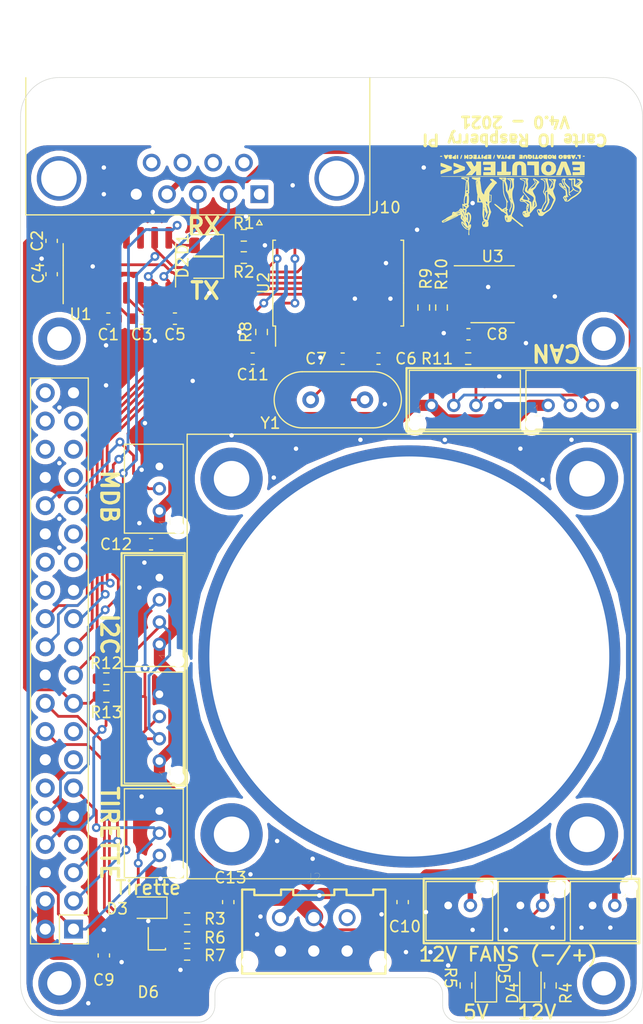
<source format=kicad_pcb>
(kicad_pcb (version 20171130) (host pcbnew "(5.1.8)-1")
  (layers (0 F.Cu signal) (31 B.Cu signal) (34 B.Paste user) (35 F.Paste user) (36 B.SilkS user) (37 F.SilkS user) (38 B.Mask user) (39 F.Mask user) (44 Edge.Cuts user))
  (net 0 "")
  (net 1 "Net-(C1-Pad1)")
  (net 2 "Net-(C1-Pad2)")
  (net 3 GND)
  (net 4 +3V3)
  (net 5 "Net-(C3-Pad2)")
  (net 6 "Net-(C3-Pad1)")
  (net 7 "Net-(C4-Pad2)")
  (net 8 "Net-(C5-Pad2)")
  (net 9 "Net-(C6-Pad1)")
  (net 10 "Net-(C7-Pad1)")
  (net 11 +5V)
  (net 12 +12V)
  (net 13 /RX)
  (net 14 "Net-(D1-Pad1)")
  (net 15 "Net-(D2-Pad1)")
  (net 16 /TX)
  (net 17 "Net-(D3-Pad1)")
  (net 18 /TIRETTE)
  (net 19 "Net-(D4-Pad1)")
  (net 20 "Net-(D5-Pad1)")
  (net 21 /LGRE)
  (net 22 "Net-(D6-Pad3)")
  (net 23 "Net-(D6-Pad1)")
  (net 24 /LRED)
  (net 25 "Net-(J10-Pad1)")
  (net 26 "Net-(J10-Pad2)")
  (net 27 "Net-(J10-Pad3)")
  (net 28 "Net-(J10-Pad6)")
  (net 29 "Net-(J10-Pad7)")
  (net 30 "Net-(J10-Pad8)")
  (net 31 "Net-(J10-Pad9)")
  (net 32 /LEDS)
  (net 33 /SCL)
  (net 34 /SDA)
  (net 35 /CANH)
  (net 36 /CANL)
  (net 37 "Net-(J16-Pad31)")
  (net 38 /MISO)
  (net 39 "Net-(J16-Pad33)")
  (net 40 "Net-(J16-Pad36)")
  (net 41 "Net-(J16-Pad40)")
  (net 42 "Net-(J16-Pad15)")
  (net 43 "Net-(J16-Pad13)")
  (net 44 "Net-(J16-Pad28)")
  (net 45 "Net-(J16-Pad26)")
  (net 46 /SCK)
  (net 47 "Net-(J16-Pad7)")
  (net 48 "Net-(J16-Pad27)")
  (net 49 "Net-(J16-Pad12)")
  (net 50 "Net-(J16-Pad29)")
  (net 51 "Net-(J16-Pad37)")
  (net 52 /INT)
  (net 53 "Net-(J16-Pad38)")
  (net 54 "Net-(J16-Pad35)")
  (net 55 /CS)
  (net 56 /MOSI)
  (net 57 "Net-(R8-Pad2)")
  (net 58 "Net-(R9-Pad2)")
  (net 59 "Net-(R10-Pad1)")
  (net 60 "Net-(U1-Pad11)")
  (net 61 "Net-(U1-Pad12)")
  (net 62 "Net-(U1-Pad13)")
  (net 63 "Net-(U1-Pad14)")
  (net 64 "Net-(U2-Pad1)")
  (net 65 "Net-(U2-Pad3)")
  (net 66 "Net-(U2-Pad4)")
  (net 67 "Net-(U2-Pad5)")
  (net 68 "Net-(U2-Pad6)")
  (net 69 "Net-(U2-Pad10)")
  (net 70 "Net-(U2-Pad11)")
  (net 71 "Net-(U3-Pad5)")
  (net 72 "Net-(J2-Pad3)")
  (module ComponentsEvo:ShieldRaspberryPiWithOldHeader (layer F.Cu) (at 20 75)
    (fp_text reference J16 hide)
    (fp_text value "Raspberry pi")
    (pad "" thru_hole circle (at 49 29) (size 3.8 3.8) (drill 2.2) (layers *.Cu *.Mask))
    (pad "" thru_hole circle (at 49 -29) (size 3.8 3.8) (drill 2.2) (layers *.Cu *.Mask))
    (pad "" thru_hole circle (at 0 -29) (size 3.8 3.8) (drill 2.2) (layers *.Cu *.Mask))
    (pad "" thru_hole circle (at 0 29) (size 3.8 3.8) (drill 2.2) (layers *.Cu *.Mask))
    (pad 17 thru_hole oval (at 1.27 3.81 180) (size 1.7 1.7) (drill 1) (layers *.Cu *.Mask) (net 4 +3V3))
    (pad 19 thru_hole oval (at 1.27 1.27 180) (size 1.7 1.7) (drill 1) (layers *.Cu *.Mask) (net 56 /MOSI))
    (pad 10 thru_hole oval (at -1.27 13.97 180) (size 1.7 1.7) (drill 1) (layers *.Cu *.Mask) (net 13 /RX))
    (pad 4 thru_hole oval (at -1.27 21.59 180) (size 1.7 1.7) (drill 1) (layers *.Cu *.Mask) (net 11 +5V))
    (pad 24 thru_hole oval (at -1.27 -3.81 180) (size 1.7 1.7) (drill 1) (layers *.Cu *.Mask) (net 55 /CS))
    (pad 35 thru_hole oval (at 1.27 -19.05 180) (size 1.7 1.7) (drill 1) (layers *.Cu *.Mask) (net 54 "Net-(J16-Pad35)"))
    (pad 39 thru_hole oval (at 1.27 -24.13 180) (size 1.7 1.7) (drill 1) (layers *.Cu *.Mask) (net 3 GND))
    (pad 38 thru_hole oval (at -1.27 -21.59 180) (size 1.7 1.7) (drill 1) (layers *.Cu *.Mask) (net 53 "Net-(J16-Pad38)"))
    (pad 22 thru_hole oval (at -1.27 -1.27 180) (size 1.7 1.7) (drill 1) (layers *.Cu *.Mask) (net 52 /INT))
    (pad 6 thru_hole oval (at -1.27 19.05 180) (size 1.7 1.7) (drill 1) (layers *.Cu *.Mask) (net 3 GND))
    (pad 37 thru_hole oval (at 1.27 -21.59 180) (size 1.7 1.7) (drill 1) (layers *.Cu *.Mask) (net 51 "Net-(J16-Pad37)"))
    (pad 34 thru_hole oval (at -1.27 -16.51 180) (size 1.7 1.7) (drill 1) (layers *.Cu *.Mask) (net 3 GND))
    (pad 29 thru_hole oval (at 1.27 -11.43 180) (size 1.7 1.7) (drill 1) (layers *.Cu *.Mask) (net 50 "Net-(J16-Pad29)"))
    (pad 12 thru_hole oval (at -1.27 11.43 180) (size 1.7 1.7) (drill 1) (layers *.Cu *.Mask) (net 49 "Net-(J16-Pad12)"))
    (pad 3 thru_hole oval (at 1.27 21.59 180) (size 1.7 1.7) (drill 1) (layers *.Cu *.Mask) (net 34 /SDA))
    (pad 32 thru_hole oval (at -1.27 -13.97 180) (size 1.7 1.7) (drill 1) (layers *.Cu *.Mask) (net 32 /LEDS))
    (pad 30 thru_hole oval (at -1.27 -11.43 180) (size 1.7 1.7) (drill 1) (layers *.Cu *.Mask) (net 3 GND))
    (pad 9 thru_hole oval (at 1.27 13.97 180) (size 1.7 1.7) (drill 1) (layers *.Cu *.Mask) (net 3 GND))
    (pad 20 thru_hole oval (at -1.27 1.27 180) (size 1.7 1.7) (drill 1) (layers *.Cu *.Mask) (net 3 GND))
    (pad 27 thru_hole oval (at 1.27 -8.89 180) (size 1.7 1.7) (drill 1) (layers *.Cu *.Mask) (net 48 "Net-(J16-Pad27)"))
    (pad 11 thru_hole oval (at 1.27 11.43 180) (size 1.7 1.7) (drill 1) (layers *.Cu *.Mask) (net 18 /TIRETTE))
    (pad 1 thru_hole rect (at 1.27 24.13 180) (size 1.7 1.7) (drill 1) (layers *.Cu *.Mask) (net 4 +3V3))
    (pad 8 thru_hole oval (at -1.27 16.51 180) (size 1.7 1.7) (drill 1) (layers *.Cu *.Mask) (net 16 /TX))
    (pad 18 thru_hole oval (at -1.27 3.81 180) (size 1.7 1.7) (drill 1) (layers *.Cu *.Mask) (net 21 /LGRE))
    (pad 14 thru_hole oval (at -1.27 8.89 180) (size 1.7 1.7) (drill 1) (layers *.Cu *.Mask) (net 3 GND))
    (pad 7 thru_hole oval (at 1.27 16.51 180) (size 1.7 1.7) (drill 1) (layers *.Cu *.Mask) (net 47 "Net-(J16-Pad7)"))
    (pad 5 thru_hole oval (at 1.27 19.05 180) (size 1.7 1.7) (drill 1) (layers *.Cu *.Mask) (net 33 /SCL))
    (pad 23 thru_hole oval (at 1.27 -3.81 180) (size 1.7 1.7) (drill 1) (layers *.Cu *.Mask) (net 46 /SCK))
    (pad 26 thru_hole oval (at -1.27 -6.35 180) (size 1.7 1.7) (drill 1) (layers *.Cu *.Mask) (net 45 "Net-(J16-Pad26)"))
    (pad 28 thru_hole oval (at -1.27 -8.89 180) (size 1.7 1.7) (drill 1) (layers *.Cu *.Mask) (net 44 "Net-(J16-Pad28)"))
    (pad 13 thru_hole oval (at 1.27 8.89 180) (size 1.7 1.7) (drill 1) (layers *.Cu *.Mask) (net 43 "Net-(J16-Pad13)"))
    (pad 15 thru_hole oval (at 1.27 6.35 180) (size 1.7 1.7) (drill 1) (layers *.Cu *.Mask) (net 42 "Net-(J16-Pad15)"))
    (pad 40 thru_hole oval (at -1.27 -24.13 180) (size 1.7 1.7) (drill 1) (layers *.Cu *.Mask) (net 41 "Net-(J16-Pad40)"))
    (pad 36 thru_hole oval (at -1.27 -19.05 180) (size 1.7 1.7) (drill 1) (layers *.Cu *.Mask) (net 40 "Net-(J16-Pad36)"))
    (pad 33 thru_hole oval (at 1.27 -16.51 180) (size 1.7 1.7) (drill 1) (layers *.Cu *.Mask) (net 39 "Net-(J16-Pad33)"))
    (pad 16 thru_hole oval (at -1.27 6.35 180) (size 1.7 1.7) (drill 1) (layers *.Cu *.Mask) (net 24 /LRED))
    (pad 25 thru_hole oval (at 1.27 -6.35 180) (size 1.7 1.7) (drill 1) (layers *.Cu *.Mask) (net 3 GND))
    (pad 21 thru_hole oval (at 1.27 -1.27 180) (size 1.7 1.7) (drill 1) (layers *.Cu *.Mask) (net 38 /MISO))
    (pad 2 thru_hole oval (at -1.27 24.13 180) (size 1.7 1.7) (drill 1) (layers *.Cu *.Mask) (net 11 +5V))
    (pad 31 thru_hole oval (at 1.27 -13.97 180) (size 1.7 1.7) (drill 1) (layers *.Cu *.Mask) (net 37 "Net-(J16-Pad31)"))
  )
  (module ConnectorsEvo:B03B-PASK (layer F.Cu) (at 29 59.5 270)
    (fp_text reference J11 hide)
    (fp_text value "LED strip MDB")
    (fp_text user 1 (at 2.968 -0.5 90) (layer F.SilkS) (effects (font (thickness 0.015))))
    (pad 1 thru_hole circle (at 2 0 270) (size 1.208 1.208) (drill 0.7) (layers *.Cu *.Mask) (net 11 +5V))
    (pad 2 thru_hole circle (at 0 0 270) (size 1.208 1.208) (drill 0.7) (layers *.Cu *.Mask) (net 32 /LEDS))
    (pad 3 thru_hole circle (at -2 0 270) (size 1.208 1.208) (drill 0.7) (layers *.Cu *.Mask) (net 3 GND))
    (pad None np_thru_hole circle (at 3.5 -1.7 270) (size 1.1 1.1) (drill 1.1) (layers *.Cu *.Mask))
  )
  (module ConnectorsEvo:B03B-PASK (layer F.Cu) (at 29 90.5 270)
    (fp_text reference J8 hide)
    (fp_text value Conn_01x03_Male)
    (fp_text user 1 (at 2.968 -0.5 90) (layer F.SilkS) (effects (font (thickness 0.015))))
    (pad None np_thru_hole circle (at 3.5 -1.7 270) (size 1.1 1.1) (drill 1.1) (layers *.Cu *.Mask))
    (pad 3 thru_hole circle (at -2 0 270) (size 1.208 1.208) (drill 0.7) (layers *.Cu *.Mask) (net 3 GND))
    (pad 2 thru_hole circle (at 0 0 270) (size 1.208 1.208) (drill 0.7) (layers *.Cu *.Mask) (net 18 /TIRETTE))
    (pad 1 thru_hole circle (at 2 0 270) (size 1.208 1.208) (drill 0.7) (layers *.Cu *.Mask) (net 4 +3V3))
  )
  (module ComponentsEvo:logo-evo-min (layer F.Cu) (at 60.7 33.2 180)
    (fp_text reference G*** hide)
    (fp_text value LOGO hide)
  )
  (module Resistor_SMD:R_0603_1608Metric (layer F.Cu) (at 31.5 98.2)
    (fp_text reference R3 (at 2.5 0) (layer F.SilkS))
    (fp_text value 68)
    (pad 2 smd roundrect (at 0.825 0) (size 0.8 0.95) (layers F.Cu F.Paste F.Mask) (net 3 GND))
    (pad 1 smd roundrect (at -0.825 0) (size 0.8 0.95) (layers F.Cu F.Paste F.Mask) (net 17 "Net-(D3-Pad1)"))
  )
  (module Capacitor_SMD:C_0603_1608Metric (layer F.Cu) (at 28.25 64.5 180)
    (fp_text reference C12 (at 3.15 0) (layer F.SilkS))
    (fp_text value 4.7uF)
    (pad 1 smd roundrect (at -0.775 0 180) (size 0.9 0.95) (layers F.Cu F.Paste F.Mask) (net 11 +5V))
    (pad 2 smd roundrect (at 0.775 0 180) (size 0.9 0.95) (layers F.Cu F.Paste F.Mask) (net 3 GND))
  )
  (module ComponentsEvo:40x40x10_DC_FAN (layer F.Cu) (at 51.5 74.6)
    (fp_text reference REF** hide)
    (fp_text value 40x40x10_DC_FAN)
    (pad "" np_thru_hole circle (at 0 0) (size 38 38) (drill 36) (layers *.Cu *.Mask))
    (pad "" np_thru_hole circle (at 16 -16) (size 5.6 5.6) (drill 3.2) (layers *.Cu *.Mask))
    (pad "" np_thru_hole circle (at -16 16) (size 5.6 5.6) (drill 3.2) (layers *.Cu *.Mask))
    (pad "" np_thru_hole circle (at 16 16) (size 5.6 5.6) (drill 3.2) (layers *.Cu *.Mask))
    (pad "" np_thru_hole circle (at -16 -16) (size 5.6 5.6) (drill 3.2) (layers *.Cu *.Mask))
  )
  (module Capacitor_SMD:C_0603_1608Metric (layer F.Cu) (at 24.4 44.2 180)
    (fp_text reference C1 (at 0 -1.43) (layer F.SilkS))
    (fp_text value 100nF)
    (pad 1 smd roundrect (at -0.775 0 180) (size 0.9 0.95) (layers F.Cu F.Paste F.Mask) (net 1 "Net-(C1-Pad1)"))
    (pad 2 smd roundrect (at 0.775 0 180) (size 0.9 0.95) (layers F.Cu F.Paste F.Mask) (net 2 "Net-(C1-Pad2)"))
  )
  (module Capacitor_SMD:C_0603_1608Metric (layer F.Cu) (at 19.3 37.2 90)
    (fp_text reference C2 (at 0 -1.3 90) (layer F.SilkS))
    (fp_text value 100nF)
    (pad 1 smd roundrect (at -0.775 0 90) (size 0.9 0.95) (layers F.Cu F.Paste F.Mask) (net 3 GND))
    (pad 2 smd roundrect (at 0.775 0 90) (size 0.9 0.95) (layers F.Cu F.Paste F.Mask) (net 4 +3V3))
  )
  (module Capacitor_SMD:C_0603_1608Metric (layer F.Cu) (at 27.4 44.2 180)
    (fp_text reference C3 (at 0 -1.43) (layer F.SilkS))
    (fp_text value 100nF)
    (pad 2 smd roundrect (at 0.775 0 180) (size 0.9 0.95) (layers F.Cu F.Paste F.Mask) (net 5 "Net-(C3-Pad2)"))
    (pad 1 smd roundrect (at -0.775 0 180) (size 0.9 0.95) (layers F.Cu F.Paste F.Mask) (net 6 "Net-(C3-Pad1)"))
  )
  (module Capacitor_SMD:C_0603_1608Metric (layer F.Cu) (at 19.3 40.2 270)
    (fp_text reference C4 (at -0.1 1.2 90) (layer F.SilkS))
    (fp_text value 100nF)
    (pad 1 smd roundrect (at -0.775 0 270) (size 0.9 0.95) (layers F.Cu F.Paste F.Mask) (net 3 GND))
    (pad 2 smd roundrect (at 0.775 0 270) (size 0.9 0.95) (layers F.Cu F.Paste F.Mask) (net 7 "Net-(C4-Pad2)"))
  )
  (module Capacitor_SMD:C_0603_1608Metric (layer F.Cu) (at 30.4 44.2 180)
    (fp_text reference C5 (at 0 -1.43) (layer F.SilkS))
    (fp_text value 100nF)
    (pad 2 smd roundrect (at 0.775 0 180) (size 0.9 0.95) (layers F.Cu F.Paste F.Mask) (net 8 "Net-(C5-Pad2)"))
    (pad 1 smd roundrect (at -0.775 0 180) (size 0.9 0.95) (layers F.Cu F.Paste F.Mask) (net 3 GND))
  )
  (module Capacitor_SMD:C_0603_1608Metric (layer F.Cu) (at 48.725 47.8)
    (fp_text reference C6 (at 2.475 0 180) (layer F.SilkS))
    (fp_text value 22pF)
    (pad 1 smd roundrect (at -0.775 0) (size 0.9 0.95) (layers F.Cu F.Paste F.Mask) (net 9 "Net-(C6-Pad1)"))
    (pad 2 smd roundrect (at 0.775 0) (size 0.9 0.95) (layers F.Cu F.Paste F.Mask) (net 3 GND))
  )
  (module Capacitor_SMD:C_0603_1608Metric (layer F.Cu) (at 45.5 47.8 180)
    (fp_text reference C7 (at 2.4 0 180) (layer F.SilkS))
    (fp_text value 22pF)
    (pad 1 smd roundrect (at -0.775 0 180) (size 0.9 0.95) (layers F.Cu F.Paste F.Mask) (net 10 "Net-(C7-Pad1)"))
    (pad 2 smd roundrect (at 0.775 0 180) (size 0.9 0.95) (layers F.Cu F.Paste F.Mask) (net 3 GND))
  )
  (module Capacitor_SMD:C_0603_1608Metric (layer F.Cu) (at 56.825 45.6)
    (fp_text reference C8 (at 2.575 0) (layer F.SilkS))
    (fp_text value 100nF)
    (pad 2 smd roundrect (at 0.775 0) (size 0.9 0.95) (layers F.Cu F.Paste F.Mask) (net 11 +5V))
    (pad 1 smd roundrect (at -0.775 0) (size 0.9 0.95) (layers F.Cu F.Paste F.Mask) (net 3 GND))
  )
  (module Capacitor_SMD:C_0603_1608Metric (layer F.Cu) (at 37.4 47.8 180)
    (fp_text reference C11 (at 0 -1.43 180) (layer F.SilkS))
    (fp_text value 100nF)
    (pad 1 smd roundrect (at -0.775 0 180) (size 0.9 0.95) (layers F.Cu F.Paste F.Mask) (net 4 +3V3))
    (pad 2 smd roundrect (at 0.775 0 180) (size 0.9 0.95) (layers F.Cu F.Paste F.Mask) (net 3 GND))
  )
  (module Capacitor_SMD:C_0603_1608Metric (layer F.Cu) (at 35.2 96.7 90)
    (fp_text reference C13 (at 2.2 0.2 180) (layer F.SilkS))
    (fp_text value 4.7uF)
    (pad 2 smd roundrect (at 0.775 0 90) (size 0.9 0.95) (layers F.Cu F.Paste F.Mask) (net 3 GND))
    (pad 1 smd roundrect (at -0.775 0 90) (size 0.9 0.95) (layers F.Cu F.Paste F.Mask) (net 11 +5V))
  )
  (module LED_SMD:LED_0805_2012Metric (layer F.Cu) (at 33.1 37.6 180)
    (fp_text reference D1 (at 2 0.1 90) (layer F.SilkS))
    (fp_text value YELLOW)
    (pad 2 smd roundrect (at 0.9375 0 180) (size 0.975 1.4) (layers F.Cu F.Paste F.Mask) (net 13 /RX))
    (pad 1 smd roundrect (at -0.9375 0 180) (size 0.975 1.4) (layers F.Cu F.Paste F.Mask) (net 14 "Net-(D1-Pad1)"))
  )
  (module LED_SMD:LED_0805_2012Metric (layer F.Cu) (at 33.1 39.6 180)
    (fp_text reference D2 (at 2 0 90) (layer F.SilkS))
    (fp_text value YELLOW)
    (pad 1 smd roundrect (at -0.9375 0 180) (size 0.975 1.4) (layers F.Cu F.Paste F.Mask) (net 15 "Net-(D2-Pad1)"))
    (pad 2 smd roundrect (at 0.9375 0 180) (size 0.975 1.4) (layers F.Cu F.Paste F.Mask) (net 16 /TX))
  )
  (module LED_SMD:LED_0805_2012Metric (layer F.Cu) (at 28 97.2 180)
    (fp_text reference D3 (at 2.8 -0.1) (layer F.SilkS))
    (fp_text value GREEN)
    (pad 1 smd roundrect (at -0.9375 0 180) (size 0.975 1.4) (layers F.Cu F.Paste F.Mask) (net 17 "Net-(D3-Pad1)"))
    (pad 2 smd roundrect (at 0.9375 0 180) (size 0.975 1.4) (layers F.Cu F.Paste F.Mask) (net 18 /TIRETTE))
  )
  (module LED_SMD:LED_0805_2012Metric (layer F.Cu) (at 62.4 104 90)
    (fp_text reference D4 (at -0.9 -1.6 270) (layer F.SilkS))
    (fp_text value RED)
    (pad 1 smd roundrect (at -0.9375 0 90) (size 0.975 1.4) (layers F.Cu F.Paste F.Mask) (net 19 "Net-(D4-Pad1)"))
    (pad 2 smd roundrect (at 0.9375 0 90) (size 0.975 1.4) (layers F.Cu F.Paste F.Mask) (net 12 +12V))
  )
  (module LED_SMD:LED_0805_2012Metric (layer F.Cu) (at 58.4 104 90)
    (fp_text reference D5 (at 0.9 1.6 270 unlocked) (layer F.SilkS))
    (fp_text value RED)
    (pad 2 smd roundrect (at 0.9375 0 90) (size 0.975 1.4) (layers F.Cu F.Paste F.Mask) (net 11 +5V))
    (pad 1 smd roundrect (at -0.9375 0 90) (size 0.975 1.4) (layers F.Cu F.Paste F.Mask) (net 20 "Net-(D5-Pad1)"))
  )
  (module ComponentsEvo:PLCC-4 (layer F.Cu) (at 28 101.5 90)
    (fp_text reference D6 (at -3.3 0 180) (layer F.SilkS))
    (fp_text value LED_Dual_CACA)
    (pad 4 smd rect (at 1.5 -0.75 90) (size 1.5 1.1) (layers F.Cu F.Paste F.Mask) (net 21 /LGRE))
    (pad 3 smd rect (at -1.5 -0.75 90) (size 1.5 1.1) (layers F.Cu F.Paste F.Mask) (net 22 "Net-(D6-Pad3)"))
    (pad 1 smd rect (at 1.5 0.75 90) (size 1.5 1.1) (layers F.Cu F.Paste F.Mask) (net 23 "Net-(D6-Pad1)"))
    (pad 2 smd rect (at -1.5 0.75 90) (size 1.5 1.1) (layers F.Cu F.Paste F.Mask) (net 24 /LRED))
  )
  (module ConnectorsEvo:B02B-PASK (layer F.Cu) (at 69 97)
    (fp_text reference J1 hide)
    (fp_text value FAN)
    (fp_text user 1 (at 1.968 -0.5) (layer F.SilkS) (effects (font (thickness 0.015))))
    (pad None np_thru_hole circle (at 2.5 -1.7) (size 1.1 1.1) (drill 1.1) (layers *.Cu *.Mask))
    (pad 2 thru_hole circle (at -1 0) (size 1.208 1.208) (drill 0.7) (layers *.Cu *.Mask) (net 3 GND))
    (pad 1 thru_hole circle (at 1 0) (size 1.208 1.208) (drill 0.7) (layers *.Cu *.Mask B.Adhes) (net 12 +12V))
  )
  (module ConnectorsEvo:B02B-PASK (layer F.Cu) (at 62.5 97)
    (fp_text reference J3 hide)
    (fp_text value FAN)
    (fp_text user 1 (at 1.968 -0.5) (layer F.SilkS) (effects (font (thickness 0.015))))
    (pad 1 thru_hole circle (at 1 0) (size 1.208 1.208) (drill 0.7) (layers *.Cu *.Mask B.Adhes) (net 12 +12V))
    (pad 2 thru_hole circle (at -1 0) (size 1.208 1.208) (drill 0.7) (layers *.Cu *.Mask) (net 3 GND))
    (pad None np_thru_hole circle (at 2.5 -1.7) (size 1.1 1.1) (drill 1.1) (layers *.Cu *.Mask))
  )
  (module ConnectorsEvo:B02B-PASK (layer F.Cu) (at 56 97)
    (fp_text reference J6 hide)
    (fp_text value FAN)
    (fp_text user 1 (at 1.968 -0.5) (layer F.SilkS) (effects (font (thickness 0.015))))
    (pad 1 thru_hole circle (at 1 0) (size 1.208 1.208) (drill 0.7) (layers *.Cu *.Mask B.Adhes) (net 12 +12V))
    (pad 2 thru_hole circle (at -1 0) (size 1.208 1.208) (drill 0.7) (layers *.Cu *.Mask) (net 3 GND))
    (pad None np_thru_hole circle (at 2.5 -1.7) (size 1.1 1.1) (drill 1.1) (layers *.Cu *.Mask))
  )
  (module Connector_Dsub:DSUB-9_Male_Horizontal_P2.77x2.84mm_EdgePinOffset7.70mm_Housed_MountingHolesOffset9.12mm (layer F.Cu) (at 38 33 180)
    (fp_text reference J10 (at -11.4 -1.2) (layer F.SilkS))
    (fp_text value Conn_01x09_Female)
    (pad 1 thru_hole rect (at 0 0 180) (size 1.6 1.6) (drill 1) (layers *.Cu *.Mask) (net 25 "Net-(J10-Pad1)"))
    (pad 2 thru_hole circle (at 2.77 0 180) (size 1.6 1.6) (drill 1) (layers *.Cu *.Mask) (net 26 "Net-(J10-Pad2)"))
    (pad 3 thru_hole circle (at 5.54 0 180) (size 1.6 1.6) (drill 1) (layers *.Cu *.Mask) (net 27 "Net-(J10-Pad3)"))
    (pad 4 thru_hole circle (at 8.31 0 180) (size 1.6 1.6) (drill 1) (layers *.Cu *.Mask) (net 12 +12V))
    (pad 5 thru_hole circle (at 11.08 0 180) (size 1.6 1.6) (drill 1) (layers *.Cu *.Mask) (net 3 GND))
    (pad 6 thru_hole circle (at 1.385 2.84 180) (size 1.6 1.6) (drill 1) (layers *.Cu *.Mask) (net 28 "Net-(J10-Pad6)"))
    (pad 7 thru_hole circle (at 4.155 2.84 180) (size 1.6 1.6) (drill 1) (layers *.Cu *.Mask) (net 29 "Net-(J10-Pad7)"))
    (pad 8 thru_hole circle (at 6.925 2.84 180) (size 1.6 1.6) (drill 1) (layers *.Cu *.Mask) (net 30 "Net-(J10-Pad8)"))
    (pad 9 thru_hole circle (at 9.695 2.84 180) (size 1.6 1.6) (drill 1) (layers *.Cu *.Mask) (net 31 "Net-(J10-Pad9)"))
    (pad 0 thru_hole circle (at -6.96 1.42 180) (size 4 4) (drill 3.2) (layers *.Cu *.Mask))
    (pad 0 thru_hole circle (at 18.04 1.42 180) (size 4 4) (drill 3.2) (layers *.Cu *.Mask))
  )
  (module ConnectorsEvo:B04B-PASK (layer F.Cu) (at 29 70.5 270)
    (fp_text reference J12 hide)
    (fp_text value I2C)
    (fp_text user 1 (at 4 -0.5 90) (layer F.SilkS) (effects (font (thickness 0.015))))
    (pad None np_thru_hole circle (at 4.5 -1.7 270) (size 1.1 1.1) (drill 1.1) (layers *.Cu *.Mask))
    (pad 4 thru_hole circle (at -3 0 270) (size 1.208 1.208) (drill 0.7) (layers *.Cu *.Mask) (net 3 GND))
    (pad 3 thru_hole circle (at -1 0 270) (size 1.208 1.208) (drill 0.7) (layers *.Cu *.Mask) (net 33 /SCL))
    (pad 2 thru_hole circle (at 1 0 270) (size 1.208 1.208) (drill 0.7) (layers *.Cu *.Mask) (net 34 /SDA))
    (pad 1 thru_hole circle (at 3 0 270) (size 1.208 1.208) (drill 0.7) (layers *.Cu *.Mask) (net 11 +5V))
  )
  (module ConnectorsEvo:B04B-PASK (layer F.Cu) (at 29 81 270)
    (fp_text reference J13 hide)
    (fp_text value I2C)
    (fp_text user 1 (at 4 -0.5 90) (layer F.SilkS) (effects (font (thickness 0.015))))
    (pad 1 thru_hole circle (at 3 0 270) (size 1.208 1.208) (drill 0.7) (layers *.Cu *.Mask) (net 11 +5V))
    (pad 2 thru_hole circle (at 1 0 270) (size 1.208 1.208) (drill 0.7) (layers *.Cu *.Mask) (net 34 /SDA))
    (pad 3 thru_hole circle (at -1 0 270) (size 1.208 1.208) (drill 0.7) (layers *.Cu *.Mask) (net 33 /SCL))
    (pad 4 thru_hole circle (at -3 0 270) (size 1.208 1.208) (drill 0.7) (layers *.Cu *.Mask) (net 3 GND))
    (pad None np_thru_hole circle (at 4.5 -1.7 270) (size 1.1 1.1) (drill 1.1) (layers *.Cu *.Mask))
  )
  (module ConnectorsEvo:B04B-PASK (layer F.Cu) (at 56.5 52 180)
    (fp_text reference J14 hide)
    (fp_text value Conn_01x04_Male)
    (fp_text user 1 (at 4 -0.5) (layer F.SilkS) (effects (font (thickness 0.015))))
    (pad 1 thru_hole circle (at 3 0 180) (size 1.208 1.208) (drill 0.7) (layers *.Cu *.Mask) (net 11 +5V))
    (pad 2 thru_hole circle (at 1 0 180) (size 1.208 1.208) (drill 0.7) (layers *.Cu *.Mask) (net 35 /CANH))
    (pad 3 thru_hole circle (at -1 0 180) (size 1.208 1.208) (drill 0.7) (layers *.Cu *.Mask) (net 36 /CANL))
    (pad 4 thru_hole circle (at -3 0 180) (size 1.208 1.208) (drill 0.7) (layers *.Cu *.Mask) (net 3 GND))
    (pad None np_thru_hole circle (at 4.5 -1.7 180) (size 1.1 1.1) (drill 1.1) (layers *.Cu *.Mask))
  )
  (module ConnectorsEvo:B04B-PASK (layer F.Cu) (at 67 52 180)
    (fp_text reference J15 hide)
    (fp_text value Conn_01x04_Male)
    (fp_text user 1 (at 4 -0.5) (layer F.SilkS) (effects (font (thickness 0.015))))
    (pad None np_thru_hole circle (at 4.5 -1.7 180) (size 1.1 1.1) (drill 1.1) (layers *.Cu *.Mask))
    (pad 4 thru_hole circle (at -3 0 180) (size 1.208 1.208) (drill 0.7) (layers *.Cu *.Mask) (net 3 GND))
    (pad 3 thru_hole circle (at -1 0 180) (size 1.208 1.208) (drill 0.7) (layers *.Cu *.Mask) (net 36 /CANL))
    (pad 2 thru_hole circle (at 1 0 180) (size 1.208 1.208) (drill 0.7) (layers *.Cu *.Mask) (net 35 /CANH))
    (pad 1 thru_hole circle (at 3 0 180) (size 1.208 1.208) (drill 0.7) (layers *.Cu *.Mask) (net 11 +5V))
  )
  (module Resistor_SMD:R_0603_1608Metric (layer F.Cu) (at 36.6 36.7)
    (fp_text reference R1 (at 0 -1.1) (layer F.SilkS))
    (fp_text value 68)
    (pad 2 smd roundrect (at 0.825 0) (size 0.8 0.95) (layers F.Cu F.Paste F.Mask) (net 3 GND))
    (pad 1 smd roundrect (at -0.825 0) (size 0.8 0.95) (layers F.Cu F.Paste F.Mask) (net 14 "Net-(D1-Pad1)"))
  )
  (module Resistor_SMD:R_0603_1608Metric (layer F.Cu) (at 36.6 38.7)
    (fp_text reference R2 (at 0 1.3) (layer F.SilkS))
    (fp_text value 68)
    (pad 2 smd roundrect (at 0.825 0) (size 0.8 0.95) (layers F.Cu F.Paste F.Mask) (net 3 GND))
    (pad 1 smd roundrect (at -0.825 0) (size 0.8 0.95) (layers F.Cu F.Paste F.Mask) (net 15 "Net-(D2-Pad1)"))
  )
  (module Resistor_SMD:R_0603_1608Metric (layer F.Cu) (at 64.2 104.2 90)
    (fp_text reference R4 (at -0.7 1.4 270) (layer F.SilkS))
    (fp_text value 510)
    (pad 1 smd roundrect (at -0.825 0 90) (size 0.8 0.95) (layers F.Cu F.Paste F.Mask) (net 19 "Net-(D4-Pad1)"))
    (pad 2 smd roundrect (at 0.825 0 90) (size 0.8 0.95) (layers F.Cu F.Paste F.Mask) (net 3 GND))
  )
  (module Resistor_SMD:R_0603_1608Metric (layer F.Cu) (at 56.6 104.2 90)
    (fp_text reference R5 (at 0.7 -1.4 270 unlocked) (layer F.SilkS))
    (fp_text value 150)
    (pad 1 smd roundrect (at -0.825 0 90) (size 0.8 0.95) (layers F.Cu F.Paste F.Mask) (net 20 "Net-(D5-Pad1)"))
    (pad 2 smd roundrect (at 0.825 0 90) (size 0.8 0.95) (layers F.Cu F.Paste F.Mask) (net 3 GND))
  )
  (module Resistor_SMD:R_0603_1608Metric (layer F.Cu) (at 31.5 101.4)
    (fp_text reference R6 (at 2.5 -1.5) (layer F.SilkS))
    (fp_text value 100)
    (pad 2 smd roundrect (at 0.825 0) (size 0.8 0.95) (layers F.Cu F.Paste F.Mask) (net 3 GND))
    (pad 1 smd roundrect (at -0.825 0) (size 0.8 0.95) (layers F.Cu F.Paste F.Mask) (net 22 "Net-(D6-Pad3)"))
  )
  (module Resistor_SMD:R_0603_1608Metric (layer F.Cu) (at 31.5 99.9)
    (fp_text reference R7 (at 2.5 1.6) (layer F.SilkS))
    (fp_text value 100)
    (pad 1 smd roundrect (at -0.825 0) (size 0.8 0.95) (layers F.Cu F.Paste F.Mask) (net 23 "Net-(D6-Pad1)"))
    (pad 2 smd roundrect (at 0.825 0) (size 0.8 0.95) (layers F.Cu F.Paste F.Mask) (net 3 GND))
  )
  (module Resistor_SMD:R_0603_1608Metric (layer F.Cu) (at 38.2 45.4 90)
    (fp_text reference R8 (at 0 -1.43 90) (layer F.SilkS))
    (fp_text value 4.7k)
    (pad 1 smd roundrect (at -0.825 0 90) (size 0.8 0.95) (layers F.Cu F.Paste F.Mask) (net 4 +3V3))
    (pad 2 smd roundrect (at 0.825 0 90) (size 0.8 0.95) (layers F.Cu F.Paste F.Mask) (net 57 "Net-(R8-Pad2)"))
  )
  (module Resistor_SMD:R_0603_1608Metric (layer F.Cu) (at 52.8 43.2 90)
    (fp_text reference R9 (at 2.6 0.2 90) (layer F.SilkS))
    (fp_text value 10k)
    (pad 2 smd roundrect (at 0.825 0 90) (size 0.8 0.95) (layers F.Cu F.Paste F.Mask) (net 58 "Net-(R9-Pad2)"))
    (pad 1 smd roundrect (at -0.825 0 90) (size 0.8 0.95) (layers F.Cu F.Paste F.Mask) (net 59 "Net-(R10-Pad1)"))
  )
  (module Resistor_SMD:R_0603_1608Metric (layer F.Cu) (at 54.4 43.2 90)
    (fp_text reference R10 (at 3 0 90) (layer F.SilkS))
    (fp_text value 22k)
    (pad 1 smd roundrect (at -0.825 0 90) (size 0.8 0.95) (layers F.Cu F.Paste F.Mask) (net 59 "Net-(R10-Pad1)"))
    (pad 2 smd roundrect (at 0.825 0 90) (size 0.8 0.95) (layers F.Cu F.Paste F.Mask) (net 3 GND))
  )
  (module Resistor_SMD:R_0603_1608Metric (layer F.Cu) (at 56.8 47.8)
    (fp_text reference R11 (at -2.8 0) (layer F.SilkS))
    (fp_text value 120)
    (pad 1 smd roundrect (at -0.825 0) (size 0.8 0.95) (layers F.Cu F.Paste F.Mask) (net 35 /CANH))
    (pad 2 smd roundrect (at 0.825 0) (size 0.8 0.95) (layers F.Cu F.Paste F.Mask) (net 36 /CANL))
  )
  (module Package_SO:SOIC-16_3.9x9.9mm_P1.27mm (layer F.Cu) (at 25.4 39.4 90)
    (fp_text reference U1 (at -4.4 -3.5 180) (layer F.SilkS))
    (fp_text value MAX3232)
    (pad 1 smd roundrect (at -2.475 -4.445 90) (size 1.95 0.6) (layers F.Cu F.Paste F.Mask) (net 2 "Net-(C1-Pad2)"))
    (pad 2 smd roundrect (at -2.475 -3.175 90) (size 1.95 0.6) (layers F.Cu F.Paste F.Mask) (net 7 "Net-(C4-Pad2)"))
    (pad 3 smd roundrect (at -2.475 -1.905 90) (size 1.95 0.6) (layers F.Cu F.Paste F.Mask) (net 1 "Net-(C1-Pad1)"))
    (pad 4 smd roundrect (at -2.475 -0.635 90) (size 1.95 0.6) (layers F.Cu F.Paste F.Mask) (net 5 "Net-(C3-Pad2)"))
    (pad 5 smd roundrect (at -2.475 0.635 90) (size 1.95 0.6) (layers F.Cu F.Paste F.Mask) (net 6 "Net-(C3-Pad1)"))
    (pad 6 smd roundrect (at -2.475 1.905 90) (size 1.95 0.6) (layers F.Cu F.Paste F.Mask) (net 8 "Net-(C5-Pad2)"))
    (pad 7 smd roundrect (at -2.475 3.175 90) (size 1.95 0.6) (layers F.Cu F.Paste F.Mask) (net 27 "Net-(J10-Pad3)"))
    (pad 8 smd roundrect (at -2.475 4.445 90) (size 1.95 0.6) (layers F.Cu F.Paste F.Mask) (net 26 "Net-(J10-Pad2)"))
    (pad 9 smd roundrect (at 2.475 4.445 90) (size 1.95 0.6) (layers F.Cu F.Paste F.Mask) (net 13 /RX))
    (pad 10 smd roundrect (at 2.475 3.175 90) (size 1.95 0.6) (layers F.Cu F.Paste F.Mask) (net 16 /TX))
    (pad 11 smd roundrect (at 2.475 1.905 90) (size 1.95 0.6) (layers F.Cu F.Paste F.Mask) (net 60 "Net-(U1-Pad11)"))
    (pad 12 smd roundrect (at 2.475 0.635 90) (size 1.95 0.6) (layers F.Cu F.Paste F.Mask) (net 61 "Net-(U1-Pad12)"))
    (pad 13 smd roundrect (at 2.475 -0.635 90) (size 1.95 0.6) (layers F.Cu F.Paste F.Mask) (net 62 "Net-(U1-Pad13)"))
    (pad 14 smd roundrect (at 2.475 -1.905 90) (size 1.95 0.6) (layers F.Cu F.Paste F.Mask) (net 63 "Net-(U1-Pad14)"))
    (pad 15 smd roundrect (at 2.475 -3.175 90) (size 1.95 0.6) (layers F.Cu F.Paste F.Mask) (net 3 GND))
    (pad 16 smd roundrect (at 2.475 -4.445 90) (size 1.95 0.6) (layers F.Cu F.Paste F.Mask) (net 4 +3V3))
  )
  (module Package_SO:SOIC-18W_7.5x11.6mm_P1.27mm (layer F.Cu) (at 45.1 41 90)
    (fp_text reference U2 (at 0 -6.72 90) (layer F.SilkS))
    (fp_text value MCP2515-xSO)
    (pad 1 smd roundrect (at -4.65 -5.08 90) (size 2.05 0.6) (layers F.Cu F.Paste F.Mask) (net 64 "Net-(U2-Pad1)"))
    (pad 2 smd roundrect (at -4.65 -3.81 90) (size 2.05 0.6) (layers F.Cu F.Paste F.Mask) (net 58 "Net-(R9-Pad2)"))
    (pad 3 smd roundrect (at -4.65 -2.54 90) (size 2.05 0.6) (layers F.Cu F.Paste F.Mask) (net 65 "Net-(U2-Pad3)"))
    (pad 4 smd roundrect (at -4.65 -1.27 90) (size 2.05 0.6) (layers F.Cu F.Paste F.Mask) (net 66 "Net-(U2-Pad4)"))
    (pad 5 smd roundrect (at -4.65 0 90) (size 2.05 0.6) (layers F.Cu F.Paste F.Mask) (net 67 "Net-(U2-Pad5)"))
    (pad 6 smd roundrect (at -4.65 1.27 90) (size 2.05 0.6) (layers F.Cu F.Paste F.Mask) (net 68 "Net-(U2-Pad6)"))
    (pad 7 smd roundrect (at -4.65 2.54 90) (size 2.05 0.6) (layers F.Cu F.Paste F.Mask) (net 10 "Net-(C7-Pad1)"))
    (pad 8 smd roundrect (at -4.65 3.81 90) (size 2.05 0.6) (layers F.Cu F.Paste F.Mask) (net 9 "Net-(C6-Pad1)"))
    (pad 9 smd roundrect (at -4.65 5.08 90) (size 2.05 0.6) (layers F.Cu F.Paste F.Mask) (net 3 GND))
    (pad 10 smd roundrect (at 4.65 5.08 90) (size 2.05 0.6) (layers F.Cu F.Paste F.Mask) (net 69 "Net-(U2-Pad10)"))
    (pad 11 smd roundrect (at 4.65 3.81 90) (size 2.05 0.6) (layers F.Cu F.Paste F.Mask) (net 70 "Net-(U2-Pad11)"))
    (pad 12 smd roundrect (at 4.65 2.54 90) (size 2.05 0.6) (layers F.Cu F.Paste F.Mask) (net 52 /INT))
    (pad 13 smd roundrect (at 4.65 1.27 90) (size 2.05 0.6) (layers F.Cu F.Paste F.Mask) (net 46 /SCK))
    (pad 14 smd roundrect (at 4.65 0 90) (size 2.05 0.6) (layers F.Cu F.Paste F.Mask) (net 56 /MOSI))
    (pad 15 smd roundrect (at 4.65 -1.27 90) (size 2.05 0.6) (layers F.Cu F.Paste F.Mask) (net 38 /MISO))
    (pad 16 smd roundrect (at 4.65 -2.54 90) (size 2.05 0.6) (layers F.Cu F.Paste F.Mask) (net 55 /CS))
    (pad 17 smd roundrect (at 4.65 -3.81 90) (size 2.05 0.6) (layers F.Cu F.Paste F.Mask) (net 57 "Net-(R8-Pad2)"))
    (pad 18 smd roundrect (at 4.65 -5.08 90) (size 2.05 0.6) (layers F.Cu F.Paste F.Mask) (net 4 +3V3))
  )
  (module Package_SO:SOIC-8_3.9x4.9mm_P1.27mm (layer F.Cu) (at 59 42)
    (fp_text reference U3 (at 0 -3.4) (layer F.SilkS))
    (fp_text value MCP2551-I-SN)
    (pad 1 smd roundrect (at -2.475 -1.905) (size 1.95 0.6) (layers F.Cu F.Paste F.Mask) (net 64 "Net-(U2-Pad1)"))
    (pad 2 smd roundrect (at -2.475 -0.635) (size 1.95 0.6) (layers F.Cu F.Paste F.Mask) (net 3 GND))
    (pad 3 smd roundrect (at -2.475 0.635) (size 1.95 0.6) (layers F.Cu F.Paste F.Mask) (net 11 +5V))
    (pad 4 smd roundrect (at -2.475 1.905) (size 1.95 0.6) (layers F.Cu F.Paste F.Mask) (net 59 "Net-(R10-Pad1)"))
    (pad 5 smd roundrect (at 2.475 1.905) (size 1.95 0.6) (layers F.Cu F.Paste F.Mask) (net 71 "Net-(U3-Pad5)"))
    (pad 6 smd roundrect (at 2.475 0.635) (size 1.95 0.6) (layers F.Cu F.Paste F.Mask) (net 36 /CANL))
    (pad 7 smd roundrect (at 2.475 -0.635) (size 1.95 0.6) (layers F.Cu F.Paste F.Mask) (net 35 /CANH))
    (pad 8 smd roundrect (at 2.475 -1.905) (size 1.95 0.6) (layers F.Cu F.Paste F.Mask) (net 3 GND))
  )
  (module Crystal:Crystal_HC49-4H_Vertical (layer F.Cu) (at 47.5 51.5 180)
    (fp_text reference Y1 (at 8.5 -2.1) (layer F.SilkS))
    (fp_text value 16MHz)
    (pad 1 thru_hole circle (at 0 0 180) (size 1.5 1.5) (drill 0.8) (layers *.Cu *.Mask) (net 9 "Net-(C6-Pad1)"))
    (pad 2 thru_hole circle (at 4.88 0 180) (size 1.5 1.5) (drill 0.8) (layers *.Cu *.Mask) (net 10 "Net-(C7-Pad1)"))
  )
  (module Capacitor_SMD:C_0603_1608Metric (layer F.Cu) (at 24 101.5 90)
    (fp_text reference C9 (at -2.2 0 180) (layer F.SilkS))
    (fp_text value 4.7uF)
    (pad 2 smd roundrect (at 0.775 0 90) (size 0.9 0.95) (layers F.Cu F.Paste F.Mask) (net 3 GND))
    (pad 1 smd roundrect (at -0.775 0 90) (size 0.9 0.95) (layers F.Cu F.Paste F.Mask) (net 11 +5V))
  )
  (module Capacitor_SMD:C_0603_1608Metric (layer F.Cu) (at 50.9 96.7 270)
    (fp_text reference C10 (at 2.2 -0.2 180) (layer F.SilkS))
    (fp_text value 4.7uF)
    (pad 1 smd roundrect (at -0.775 0 270) (size 0.9 0.95) (layers F.Cu F.Paste F.Mask) (net 12 +12V))
    (pad 2 smd roundrect (at 0.775 0 270) (size 0.9 0.95) (layers F.Cu F.Paste F.Mask) (net 3 GND))
  )
  (module Resistor_SMD:R_0603_1608Metric (layer F.Cu) (at 24.225 76.6 180)
    (fp_text reference R12 (at 0.025 1.4) (layer F.SilkS))
    (fp_text value 4.7k)
    (pad 2 smd roundrect (at 0.825 0 180) (size 0.8 0.95) (layers F.Cu F.Paste F.Mask) (net 4 +3V3))
    (pad 1 smd roundrect (at -0.825 0 180) (size 0.8 0.95) (layers F.Cu F.Paste F.Mask) (net 34 /SDA))
  )
  (module Resistor_SMD:R_0603_1608Metric (layer F.Cu) (at 24.225 78.2 180)
    (fp_text reference R13 (at 0 -1.43) (layer F.SilkS))
    (fp_text value 4.7k)
    (pad 1 smd roundrect (at -0.825 0 180) (size 0.8 0.95) (layers F.Cu F.Paste F.Mask) (net 33 /SCL))
    (pad 2 smd roundrect (at 0.825 0 180) (size 0.8 0.95) (layers F.Cu F.Paste F.Mask) (net 4 +3V3))
  )
  (module ConnectorsEvo:66200621122 (layer F.Cu) (at 42.9 99.6 180)
    (fp_text reference J2 (at 0 5.08) (layer F.SilkS) (effects (font (size 0.8 0.8) (thickness 0.015))))
    (fp_text value Conn_01x06_Male)
    (pad None np_thru_hole circle (at 6 -2.49 180) (size 1.02 1.02) (drill 1.02) (layers *.Cu *.Mask))
    (pad None np_thru_hole circle (at -6 -2.49 180) (size 1.02 1.02) (drill 1.02) (layers *.Cu *.Mask))
    (pad 6 thru_hole circle (at -3 -1.5 180) (size 1.53 1.53) (drill 1.02) (layers *.Cu *.Mask) (net 3 GND))
    (pad 3 thru_hole circle (at -3 1.5 180) (size 1.53 1.53) (drill 1.02) (layers *.Cu *.Mask) (net 72 "Net-(J2-Pad3)"))
    (pad 5 thru_hole circle (at 0 -1.5 180) (size 1.53 1.53) (drill 1.02) (layers *.Cu *.Mask) (net 3 GND))
    (pad 2 thru_hole circle (at 0 1.5 180) (size 1.53 1.53) (drill 1.02) (layers *.Cu *.Mask) (net 11 +5V))
    (pad 4 thru_hole circle (at 3 -1.5 180) (size 1.53 1.53) (drill 1.02) (layers *.Cu *.Mask) (net 3 GND))
    (pad 1 thru_hole circle (at 3 1.5 180) (size 1.53 1.53) (drill 1.02) (layers *.Cu *.Mask) (net 12 +12V))
  )
  (gr_line (start 51.25 54.35) (end 72.2 54.35) (layer F.SilkS) (width 0.2))
  (gr_line (start 51.25 48.65) (end 51.25 54.35) (layer F.SilkS) (width 0.2))
  (gr_line (start 72.25 48.65) (end 51.25 48.65) (layer F.SilkS) (width 0.2))
  (gr_line (start 72.2 54.35) (end 72.25 48.65) (layer F.SilkS) (width 0.2))
  (gr_line (start 31.3 86.2) (end 31.3 65.3) (layer F.SilkS) (width 0.2))
  (gr_line (start 25.6 86.2) (end 31.3 86.2) (layer F.SilkS) (width 0.2))
  (gr_line (start 25.6 65.3) (end 25.6 86.2) (layer F.SilkS) (width 0.2))
  (gr_line (start 31.3 65.3) (end 25.6 65.3) (layer F.SilkS) (width 0.2))
  (gr_text "I2C\n" (at 24.5 72.6 270) (layer F.SilkS) (effects (font (size 1.5 1.5) (thickness 0.3))))
  (gr_line (start 72.2 94.6) (end 72.2 100.4) (layer F.SilkS) (width 0.2))
  (gr_line (start 52.8 94.6) (end 72.2 94.6) (layer F.SilkS) (width 0.2))
  (gr_line (start 52.8 100.4) (end 52.8 94.6) (layer F.SilkS) (width 0.2))
  (gr_line (start 72.2 100.4) (end 52.8 100.4) (layer F.SilkS) (width 0.2))
  (gr_text "Carte IO Raspberry Pi\nV4.0 - 2021" (at 61 27.3 180) (layer F.SilkS) (effects (font (size 1 1) (thickness 0.25))))
  (gr_text Tirette (at 28 95.4) (layer F.SilkS) (effects (font (size 1.25 1.25) (thickness 0.2))))
  (gr_text CAN (at 64.75 47.3 180) (layer F.SilkS) (effects (font (size 1.5 1.5) (thickness 0.3))))
  (gr_text 12V (at 63 106.6) (layer F.SilkS) (effects (font (size 1.25 1.25) (thickness 0.2))))
  (gr_text 5V (at 57.5 106.6) (layer F.SilkS) (effects (font (size 1.25 1.25) (thickness 0.2))))
  (gr_text TX (at 33.1 41.7) (layer F.SilkS) (effects (font (size 1.5 1.5) (thickness 0.3))))
  (gr_text RX (at 33 35.9) (layer F.SilkS) (effects (font (size 1.5 1.5) (thickness 0.3))))
  (gr_text MDB (at 24.5 60.2 270) (layer F.SilkS) (effects (font (size 1.5 1.5) (thickness 0.3))))
  (gr_text TIRETTE (at 24.5 90.5 270) (layer F.SilkS) (effects (font (size 1.5 1.5) (thickness 0.3))))
  (gr_text "12V FANS (-/+)\n" (at 60.4 101.4) (layer F.SilkS) (effects (font (size 1.25 1.25) (thickness 0.2))))
  (gr_arc (start 32.5 106) (end 32.5 107.5) (angle -90) (layer Edge.Cuts) (width 0.05))
  (gr_arc (start 35.5 105) (end 35.5 103.5) (angle -90) (layer Edge.Cuts) (width 0.05))
  (gr_arc (start 53 105) (end 54.5 105) (angle -90) (layer Edge.Cuts) (width 0.05))
  (gr_arc (start 56 106) (end 54.5 106) (angle -90) (layer Edge.Cuts) (width 0.05))
  (gr_line (start 54.5 105) (end 54.5 106) (layer Edge.Cuts) (width 0.05))
  (gr_line (start 35.5 103.5) (end 53 103.5) (layer Edge.Cuts) (width 0.05))
  (gr_line (start 34 106) (end 34 105) (layer Edge.Cuts) (width 0.05))
  (gr_line (start 69 107.5) (end 56 107.5) (layer Edge.Cuts) (width 0.05))
  (gr_arc (start 20 26) (end 20 22.5) (angle -90) (layer Edge.Cuts) (width 0.05))
  (gr_arc (start 69 26) (end 72.5 26) (angle -90) (layer Edge.Cuts) (width 0.05))
  (gr_arc (start 69 104) (end 69 107.5) (angle -90) (layer Edge.Cuts) (width 0.05))
  (gr_arc (start 20 104) (end 16.5 104) (angle -90) (layer Edge.Cuts) (width 0.05))
  (gr_line (start 16.5 26) (end 16.5 104) (layer Edge.Cuts) (width 0.05))
  (gr_line (start 69 22.5) (end 20 22.5) (layer Edge.Cuts) (width 0.05))
  (gr_line (start 72.5 104) (end 72.5 26) (layer Edge.Cuts) (width 0.05))
  (gr_line (start 20 107.5) (end 32.5 107.5) (layer Edge.Cuts) (width 0.05))
  (segment (start 24.877834 44.2) (end 25.175 44.2) (width 0.25) (layer F.Cu) (net 1))
  (segment (start 23.495 42.817166) (end 24.877834 44.2) (width 0.25) (layer F.Cu) (net 1))
  (segment (start 23.495 41.875) (end 23.495 42.817166) (width 0.25) (layer F.Cu) (net 1))
  (segment (start 22.305 44.2) (end 23.625 44.2) (width 0.25) (layer F.Cu) (net 2))
  (segment (start 20.955 42.85) (end 22.305 44.2) (width 0.25) (layer F.Cu) (net 2))
  (segment (start 20.955 41.875) (end 20.955 42.85) (width 0.25) (layer F.Cu) (net 2))
  (via (at 39.3 58.5) (size 0.8) (drill 0.4) (layers F.Cu B.Cu) (net 3))
  (via (at 47.1 55.1) (size 0.8) (drill 0.4) (layers F.Cu B.Cu) (net 3))
  (via (at 54.7 55.1) (size 0.8) (drill 0.4) (layers F.Cu B.Cu) (net 3))
  (via (at 63.5 58.7) (size 0.8) (drill 0.4) (layers F.Cu B.Cu) (net 3))
  (via (at 66.1 55.1) (size 0.8) (drill 0.4) (layers F.Cu B.Cu) (net 3))
  (via (at 61.5 55.9) (size 0.8) (drill 0.4) (layers F.Cu B.Cu) (net 3))
  (via (at 41.3 55.9) (size 0.8) (drill 0.4) (layers F.Cu B.Cu) (net 3))
  (via (at 43.5 47.7) (size 0.8) (drill 0.4) (layers F.Cu B.Cu) (net 3))
  (via (at 49.3 51.9) (size 0.8) (drill 0.4) (layers F.Cu B.Cu) (net 3))
  (via (at 54.6 45.5) (size 0.8) (drill 0.4) (layers F.Cu B.Cu) (net 3))
  (via (at 36.2 45.4) (size 0.8) (drill 0.4) (layers F.Cu B.Cu) (net 3))
  (via (at 35.5 54.7) (size 0.8) (drill 0.4) (layers F.Cu B.Cu) (net 3))
  (via (at 29.1 94.6) (size 0.8) (drill 0.4) (layers F.Cu B.Cu) (net 3))
  (via (at 38.1 98) (size 0.8) (drill 0.4) (layers F.Cu B.Cu) (net 3))
  (via (at 25.6 102.1) (size 0.8) (drill 0.4) (layers F.Cu B.Cu) (net 3))
  (via (at 33.5 41.9) (size 0.8) (drill 0.4) (layers F.Cu B.Cu) (net 3))
  (via (at 28 98.4) (size 0.8) (drill 0.4) (layers F.Cu B.Cu) (net 3))
  (via (at 30.9 102.8) (size 0.8) (drill 0.4) (layers F.Cu B.Cu) (net 3))
  (via (at 27.7 53.6) (size 0.8) (drill 0.4) (layers F.Cu B.Cu) (net 3))
  (via (at 23 39.5) (size 0.8) (drill 0.4) (layers F.Cu B.Cu) (net 3))
  (via (at 38.5 37.6) (size 0.8) (drill 0.4) (layers F.Cu B.Cu) (net 3))
  (segment (start 27.475 65.975) (end 27.65 66.15) (width 0.5) (layer F.Cu) (net 3))
  (segment (start 27.475 64.5) (end 27.475 65.975) (width 0.5) (layer F.Cu) (net 3))
  (via (at 37.2 94.2) (size 0.8) (drill 0.4) (layers F.Cu B.Cu) (net 3))
  (segment (start 35.475 95.925) (end 37.2 94.2) (width 1) (layer F.Cu) (net 3))
  (segment (start 35.2 95.925) (end 35.475 95.925) (width 1) (layer F.Cu) (net 3))
  (via (at 51.2 101.2) (size 0.8) (drill 0.4) (layers F.Cu B.Cu) (net 3))
  (via (at 53.4 101.2) (size 0.8) (drill 0.4) (layers F.Cu B.Cu) (net 3))
  (via (at 55 102.4) (size 0.8) (drill 0.4) (layers F.Cu B.Cu) (net 3))
  (via (at 49 97.8) (size 0.8) (drill 0.4) (layers F.Cu B.Cu) (net 3))
  (via (at 53 97.6) (size 0.8) (drill 0.4) (layers F.Cu B.Cu) (net 3))
  (via (at 57.2 99.2) (size 0.8) (drill 0.4) (layers F.Cu B.Cu) (net 3))
  (via (at 60.2 99.2) (size 0.8) (drill 0.4) (layers F.Cu B.Cu) (net 3))
  (via (at 64.4 99) (size 0.8) (drill 0.4) (layers F.Cu B.Cu) (net 3))
  (via (at 67 99) (size 0.8) (drill 0.4) (layers F.Cu B.Cu) (net 3))
  (via (at 37.8 99.6) (size 0.8) (drill 0.4) (layers F.Cu B.Cu) (net 3))
  (via (at 24 99.2) (size 0.8) (drill 0.4) (layers F.Cu B.Cu) (net 3))
  (via (at 27.4 87.2) (size 0.8) (drill 0.4) (layers F.Cu B.Cu) (net 3))
  (via (at 39.6 91.2) (size 0.8) (drill 0.4) (layers F.Cu B.Cu) (net 3))
  (via (at 42.8 92.8) (size 0.8) (drill 0.4) (layers F.Cu B.Cu) (net 3))
  (via (at 24.2 50.2) (size 0.8) (drill 0.4) (layers F.Cu B.Cu) (net 3))
  (via (at 24.2 46.6) (size 0.8) (drill 0.4) (layers F.Cu B.Cu) (net 3))
  (via (at 28.6 46.2) (size 0.8) (drill 0.4) (layers F.Cu B.Cu) (net 3))
  (via (at 24 33) (size 0.8) (drill 0.4) (layers F.Cu B.Cu) (net 3))
  (via (at 24 30.6) (size 0.8) (drill 0.4) (layers F.Cu B.Cu) (net 3))
  (via (at 46.6 42.4) (size 0.8) (drill 0.4) (layers F.Cu B.Cu) (net 3))
  (via (at 49.8 42.4) (size 0.8) (drill 0.4) (layers F.Cu B.Cu) (net 3))
  (via (at 49.4 39.2) (size 0.8) (drill 0.4) (layers F.Cu B.Cu) (net 3))
  (via (at 52.2 36.2) (size 0.8) (drill 0.4) (layers F.Cu B.Cu) (net 3))
  (via (at 41 32.2) (size 0.8) (drill 0.4) (layers F.Cu B.Cu) (net 3))
  (via (at 36.8 35) (size 0.8) (drill 0.4) (layers F.Cu B.Cu) (net 3))
  (via (at 28.4 34.6) (size 0.8) (drill 0.4) (layers F.Cu B.Cu) (net 3))
  (via (at 52.8 30.6) (size 0.8) (drill 0.4) (layers F.Cu B.Cu) (net 3))
  (via (at 57.2 33.8) (size 0.8) (drill 0.4) (layers F.Cu B.Cu) (net 3))
  (via (at 59.6 49.4) (size 0.8) (drill 0.4) (layers F.Cu B.Cu) (net 3))
  (via (at 62 46.4) (size 0.8) (drill 0.4) (layers F.Cu B.Cu) (net 3))
  (via (at 64.6 42.2) (size 0.8) (drill 0.4) (layers F.Cu B.Cu) (net 3))
  (segment (start 27.65 66.15) (end 29 67.5) (width 0.5) (layer F.Cu) (net 3))
  (via (at 27.65 66.15) (size 0.8) (drill 0.4) (layers F.Cu B.Cu) (net 3))
  (via (at 27.4 57.8) (size 0.8) (drill 0.4) (layers F.Cu B.Cu) (net 3))
  (via (at 27.2 62.6) (size 0.8) (drill 0.4) (layers F.Cu B.Cu) (net 3))
  (via (at 32 49.8) (size 0.8) (drill 0.4) (layers F.Cu B.Cu) (net 3))
  (via (at 22.6 105.8) (size 0.8) (drill 0.4) (layers F.Cu B.Cu) (net 3))
  (via (at 69.6 99) (size 0.8) (drill 0.4) (layers F.Cu B.Cu) (net 3))
  (via (at 27.2 68.4) (size 0.8) (drill 0.4) (layers F.Cu B.Cu) (net 3))
  (via (at 20 64.8) (size 0.8) (drill 0.4) (layers F.Cu B.Cu) (net 3))
  (via (at 20 62.2) (size 0.8) (drill 0.4) (layers F.Cu B.Cu) (net 3))
  (via (at 20 57.2) (size 0.8) (drill 0.4) (layers F.Cu B.Cu) (net 3))
  (via (at 20 52.2) (size 0.8) (drill 0.4) (layers F.Cu B.Cu) (net 3))
  (via (at 18.4 38.8) (size 0.8) (drill 0.4) (layers F.Cu B.Cu) (net 3))
  (via (at 58.6 41.35) (size 0.8) (drill 0.4) (layers F.Cu B.Cu) (net 3))
  (via (at 38.4 42.8) (size 0.8) (drill 0.4) (layers F.Cu B.Cu) (net 4))
  (segment (start 37.39999 43.80001) (end 38.4 42.8) (width 0.25) (layer F.Cu) (net 4))
  (segment (start 37.39999 45.42499) (end 37.39999 43.80001) (width 0.25) (layer F.Cu) (net 4))
  (segment (start 38.2 46.225) (end 37.39999 45.42499) (width 0.25) (layer F.Cu) (net 4))
  (via (at 39.6 38.8) (size 0.8) (drill 0.4) (layers F.Cu B.Cu) (net 4))
  (segment (start 39.6 41.6) (end 39.6 38.8) (width 0.25) (layer B.Cu) (net 4))
  (segment (start 38.4 42.8) (end 39.6 41.6) (width 0.25) (layer B.Cu) (net 4))
  (segment (start 39.6 36.77) (end 40.02 36.35) (width 0.25) (layer F.Cu) (net 4))
  (segment (start 39.6 38.8) (end 39.6 36.77) (width 0.25) (layer F.Cu) (net 4))
  (segment (start 20.955 37.9) (end 20.955 36.925) (width 0.25) (layer F.Cu) (net 4))
  (segment (start 21.28001 38.22501) (end 20.955 37.9) (width 0.25) (layer F.Cu) (net 4))
  (segment (start 39.6 38.8) (end 38.85001 39.54999) (width 0.25) (layer F.Cu) (net 4))
  (segment (start 38.2 47.775) (end 38.175 47.8) (width 0.25) (layer F.Cu) (net 4))
  (segment (start 38.2 46.225) (end 38.2 47.775) (width 0.25) (layer F.Cu) (net 4))
  (segment (start 38.85001 39.54999) (end 36.813599 39.549991) (width 0.25) (layer F.Cu) (net 4))
  (segment (start 35.56359 40.8) (end 30.873002 40.8) (width 0.25) (layer F.Cu) (net 4))
  (segment (start 36.813599 39.549991) (end 35.56359 40.8) (width 0.25) (layer F.Cu) (net 4))
  (segment (start 20.455 36.425) (end 20.955 36.925) (width 0.25) (layer F.Cu) (net 4))
  (segment (start 19.3 36.425) (end 20.455 36.425) (width 0.25) (layer F.Cu) (net 4))
  (segment (start 22.74 78.81) (end 23.35 78.2) (width 0.25) (layer F.Cu) (net 4))
  (segment (start 21.27 78.81) (end 22.74 78.81) (width 0.25) (layer F.Cu) (net 4))
  (segment (start 23.4 78.2) (end 23.4 76.6) (width 0.25) (layer F.Cu) (net 4))
  (segment (start 29.423012 39.35001) (end 23.923012 39.35001) (width 0.25) (layer F.Cu) (net 4))
  (segment (start 30.123012 40.05001) (end 29.423012 39.35001) (width 0.25) (layer F.Cu) (net 4))
  (segment (start 22.798012 38.22501) (end 21.28001 38.22501) (width 0.25) (layer F.Cu) (net 4))
  (segment (start 30.25001 40.05001) (end 30.123012 40.05001) (width 0.25) (layer F.Cu) (net 4))
  (segment (start 30.873002 40.673002) (end 30.25001 40.05001) (width 0.25) (layer F.Cu) (net 4))
  (segment (start 23.923012 39.35001) (end 22.798012 38.22501) (width 0.25) (layer F.Cu) (net 4))
  (segment (start 30.873002 40.8) (end 30.873002 40.673002) (width 0.25) (layer F.Cu) (net 4))
  (segment (start 22.37 99.13) (end 29 92.5) (width 0.25) (layer B.Cu) (net 4))
  (segment (start 21.27 99.13) (end 22.37 99.13) (width 0.25) (layer B.Cu) (net 4))
  (segment (start 19.905001 96.025999) (end 19.905001 97.765001) (width 0.25) (layer F.Cu) (net 4))
  (segment (start 19.104003 95.225001) (end 19.905001 96.025999) (width 0.25) (layer F.Cu) (net 4))
  (segment (start 18.165999 95.225001) (end 19.104003 95.225001) (width 0.25) (layer F.Cu) (net 4))
  (segment (start 17.2 94.259002) (end 18.165999 95.225001) (width 0.25) (layer F.Cu) (net 4))
  (segment (start 19.905001 97.765001) (end 21.27 99.13) (width 0.25) (layer F.Cu) (net 4))
  (segment (start 17.2 77.6) (end 17.2 94.259002) (width 0.25) (layer F.Cu) (net 4))
  (segment (start 20.06 77.6) (end 17.2 77.6) (width 0.25) (layer F.Cu) (net 4))
  (segment (start 21.27 78.81) (end 20.06 77.6) (width 0.25) (layer F.Cu) (net 4))
  (segment (start 16.97501 77.37501) (end 17.2 77.6) (width 0.5) (layer F.Cu) (net 4))
  (segment (start 16.97501 37.42499) (end 16.97501 77.37501) (width 0.5) (layer F.Cu) (net 4))
  (segment (start 17.975 36.425) (end 16.97501 37.42499) (width 0.5) (layer F.Cu) (net 4))
  (segment (start 19.3 36.425) (end 17.975 36.425) (width 0.5) (layer F.Cu) (net 4))
  (segment (start 26.427834 44.2) (end 26.625 44.2) (width 0.25) (layer F.Cu) (net 5))
  (segment (start 24.765 42.537166) (end 26.427834 44.2) (width 0.25) (layer F.Cu) (net 5))
  (segment (start 24.765 41.875) (end 24.765 42.537166) (width 0.25) (layer F.Cu) (net 5))
  (segment (start 27.983232 44.2) (end 28.175 44.2) (width 0.25) (layer F.Cu) (net 6))
  (segment (start 26.035 42.251768) (end 27.983232 44.2) (width 0.25) (layer F.Cu) (net 6))
  (segment (start 26.035 41.875) (end 26.035 42.251768) (width 0.25) (layer F.Cu) (net 6))
  (segment (start 22.225 40.9) (end 21.89999 40.57499) (width 0.25) (layer F.Cu) (net 7))
  (segment (start 22.225 41.875) (end 22.225 40.9) (width 0.25) (layer F.Cu) (net 7))
  (segment (start 19.70001 40.57499) (end 19.3 40.975) (width 0.25) (layer F.Cu) (net 7))
  (segment (start 21.89999 40.57499) (end 19.70001 40.57499) (width 0.25) (layer F.Cu) (net 7))
  (segment (start 28.82499 43.39999) (end 29.625 44.2) (width 0.25) (layer F.Cu) (net 8))
  (segment (start 27.85499 43.39999) (end 28.82499 43.39999) (width 0.25) (layer F.Cu) (net 8))
  (segment (start 27.305 42.85) (end 27.85499 43.39999) (width 0.25) (layer F.Cu) (net 8))
  (segment (start 27.305 41.875) (end 27.305 42.85) (width 0.25) (layer F.Cu) (net 8))
  (segment (start 45.5 50.25) (end 47.95 47.8) (width 0.25) (layer F.Cu) (net 9))
  (segment (start 45.5 51) (end 45.5 50.25) (width 0.25) (layer F.Cu) (net 9))
  (segment (start 46 51.5) (end 45.5 51) (width 0.25) (layer F.Cu) (net 9))
  (segment (start 47.5 51.5) (end 46 51.5) (width 0.25) (layer F.Cu) (net 9))
  (segment (start 48.91 46.84) (end 48.91 45.65) (width 0.25) (layer F.Cu) (net 9))
  (segment (start 47.95 47.8) (end 48.91 46.84) (width 0.25) (layer F.Cu) (net 9))
  (segment (start 46.275 47.845) (end 46.275 47.8) (width 0.25) (layer F.Cu) (net 10))
  (segment (start 42.62 51.5) (end 46.275 47.845) (width 0.25) (layer F.Cu) (net 10))
  (segment (start 47.64 46.435) (end 47.64 45.65) (width 0.25) (layer F.Cu) (net 10))
  (segment (start 46.275 47.8) (end 47.64 46.435) (width 0.25) (layer F.Cu) (net 10))
  (segment (start 57.078544 42.635) (end 56.525 42.635) (width 0.5) (layer F.Cu) (net 11))
  (segment (start 57.95001 43.506466) (end 57.078544 42.635) (width 0.5) (layer F.Cu) (net 11))
  (segment (start 57.95001 45.24999) (end 57.95001 43.506466) (width 0.5) (layer F.Cu) (net 11))
  (segment (start 57.6 45.6) (end 57.95001 45.24999) (width 0.5) (layer F.Cu) (net 11))
  (segment (start 55.855736 46.52501) (end 56.67499 46.52501) (width 0.5) (layer F.Cu) (net 11))
  (segment (start 53.5 48.880746) (end 55.855736 46.52501) (width 0.5) (layer F.Cu) (net 11))
  (segment (start 56.67499 46.52501) (end 57.6 45.6) (width 0.5) (layer F.Cu) (net 11))
  (segment (start 53.5 52) (end 53.5 48.880746) (width 0.5) (layer F.Cu) (net 11))
  (segment (start 23.413284 102.275) (end 24 102.275) (width 1.5) (layer F.Cu) (net 11))
  (segment (start 22.288283 101.149999) (end 23.413284 102.275) (width 1.5) (layer F.Cu) (net 11))
  (segment (start 19.547918 101.149999) (end 22.288283 101.149999) (width 1.5) (layer F.Cu) (net 11))
  (segment (start 18.73 100.332081) (end 19.547918 101.149999) (width 1.5) (layer F.Cu) (net 11))
  (segment (start 18.73 99.13) (end 18.73 100.332081) (width 1.5) (layer F.Cu) (net 11))
  (segment (start 18.73 99.13) (end 18.73 96.59) (width 1.5) (layer F.Cu) (net 11))
  (segment (start 35.2 100.62636) (end 35.2 97.475) (width 1.5) (layer F.Cu) (net 11))
  (segment (start 30.676349 105.150011) (end 35.2 100.62636) (width 1.5) (layer F.Cu) (net 11))
  (segment (start 26.390009 105.150011) (end 30.676349 105.150011) (width 1.5) (layer F.Cu) (net 11))
  (segment (start 24 102.760002) (end 26.390009 105.150011) (width 1.5) (layer F.Cu) (net 11))
  (segment (start 24 102.275) (end 24 102.760002) (width 1.5) (layer F.Cu) (net 11))
  (segment (start 41.284999 96.284999) (end 43 98) (width 1.5) (layer F.Cu) (net 11))
  (segment (start 37.816999 96.284999) (end 41.284999 96.284999) (width 1.5) (layer F.Cu) (net 11))
  (segment (start 36.626998 97.475) (end 37.816999 96.284999) (width 1.5) (layer F.Cu) (net 11))
  (segment (start 35.2 97.475) (end 36.626998 97.475) (width 1.5) (layer F.Cu) (net 11))
  (segment (start 29 85.650002) (end 29 84) (width 1) (layer F.Cu) (net 11))
  (segment (start 30.304001 86.954003) (end 29 85.650002) (width 1) (layer F.Cu) (net 11))
  (segment (start 30.304001 90.584003) (end 30.304001 86.954003) (width 1) (layer F.Cu) (net 11))
  (segment (start 33.725 94.005002) (end 30.304001 90.584003) (width 1) (layer F.Cu) (net 11))
  (segment (start 33.725 96.475) (end 33.725 94.005002) (width 1) (layer F.Cu) (net 11))
  (segment (start 34.725 97.475) (end 33.725 96.475) (width 1) (layer F.Cu) (net 11))
  (segment (start 35.2 97.475) (end 34.725 97.475) (width 1) (layer F.Cu) (net 11))
  (segment (start 29 75.150002) (end 29 73.5) (width 1) (layer F.Cu) (net 11))
  (segment (start 30.304001 76.454003) (end 29 75.150002) (width 1) (layer F.Cu) (net 11))
  (segment (start 30.304001 82.695999) (end 30.304001 76.454003) (width 1) (layer F.Cu) (net 11))
  (segment (start 29 84) (end 30.304001 82.695999) (width 1) (layer F.Cu) (net 11))
  (segment (start 30.304001 65.779001) (end 29.025 64.5) (width 1) (layer F.Cu) (net 11))
  (segment (start 30.304001 72.195999) (end 30.304001 65.779001) (width 1) (layer F.Cu) (net 11))
  (segment (start 29 73.5) (end 30.304001 72.195999) (width 1) (layer F.Cu) (net 11))
  (segment (start 29.025 61.525) (end 29 61.5) (width 1) (layer F.Cu) (net 11))
  (segment (start 29.025 64.5) (end 29.025 61.525) (width 1) (layer F.Cu) (net 11))
  (segment (start 51.849998 52) (end 53.5 52) (width 1) (layer F.Cu) (net 11))
  (segment (start 50.749999 53.099999) (end 51.849998 52) (width 1) (layer F.Cu) (net 11))
  (segment (start 35.471999 53.099999) (end 50.749999 53.099999) (width 1) (layer F.Cu) (net 11))
  (segment (start 30.304001 58.267997) (end 35.471999 53.099999) (width 1) (layer F.Cu) (net 11))
  (segment (start 30.304001 60.195999) (end 30.304001 58.267997) (width 1) (layer F.Cu) (net 11))
  (segment (start 29 61.5) (end 30.304001 60.195999) (width 1) (layer F.Cu) (net 11))
  (segment (start 62.349998 52) (end 64 52) (width 1) (layer F.Cu) (net 11))
  (segment (start 61.045997 53.304001) (end 62.349998 52) (width 1) (layer F.Cu) (net 11))
  (segment (start 54.804001 53.304001) (end 61.045997 53.304001) (width 1) (layer F.Cu) (net 11))
  (segment (start 53.5 52) (end 54.804001 53.304001) (width 1) (layer F.Cu) (net 11))
  (segment (start 54.527501 99.190001) (end 54.91875 99.58125) (width 0.25) (layer F.Cu) (net 11))
  (segment (start 43.990001 99.190001) (end 54.527501 99.190001) (width 0.25) (layer F.Cu) (net 11))
  (segment (start 42.9 98.1) (end 43.990001 99.190001) (width 0.25) (layer F.Cu) (net 11))
  (segment (start 54.91875 99.58125) (end 58.4 103.0625) (width 0.25) (layer F.Cu) (net 11))
  (segment (start 62.4 98.1) (end 63.5 97) (width 0.25) (layer F.Cu) (net 12))
  (segment (start 62.4 103.0625) (end 62.4 98.1) (width 0.25) (layer F.Cu) (net 12))
  (segment (start 70 92.910002) (end 71.5 91.410002) (width 0.5) (layer F.Cu) (net 12))
  (segment (start 30.940001 31.749999) (end 29.69 33) (width 0.5) (layer F.Cu) (net 12))
  (segment (start 36.875003 31.749999) (end 30.940001 31.749999) (width 0.5) (layer F.Cu) (net 12))
  (segment (start 39.495003 29.129999) (end 36.875003 31.749999) (width 0.5) (layer F.Cu) (net 12))
  (segment (start 55.608001 29.129999) (end 39.495003 29.129999) (width 0.5) (layer F.Cu) (net 12))
  (segment (start 71.5 45.021998) (end 55.608001 29.129999) (width 0.5) (layer F.Cu) (net 12))
  (segment (start 71.5 91.410002) (end 71.5 45.021998) (width 0.5) (layer F.Cu) (net 12))
  (segment (start 48.075 95.925) (end 50.9 95.925) (width 1) (layer F.Cu) (net 12))
  (segment (start 65.719998 94) (end 66.219998 94.5) (width 1) (layer F.Cu) (net 12))
  (segment (start 66.219998 94.5) (end 70 94.5) (width 1) (layer F.Cu) (net 12))
  (segment (start 51.375 95.925) (end 53.05 94.25) (width 1) (layer F.Cu) (net 12))
  (segment (start 50.9 95.925) (end 51.375 95.925) (width 1) (layer F.Cu) (net 12))
  (segment (start 57.699998 94.25) (end 57.949998 94) (width 1) (layer F.Cu) (net 12))
  (segment (start 70 94.5) (end 70 92.910002) (width 0.5) (layer F.Cu) (net 12))
  (segment (start 70 97) (end 70 94.5) (width 0.5) (layer F.Cu) (net 12))
  (segment (start 57 94.5) (end 56.75 94.25) (width 0.5) (layer F.Cu) (net 12))
  (segment (start 57 97) (end 57 94.5) (width 0.5) (layer F.Cu) (net 12))
  (segment (start 56.75 94.25) (end 57.699998 94.25) (width 1) (layer F.Cu) (net 12))
  (segment (start 53.05 94.25) (end 56.75 94.25) (width 1) (layer F.Cu) (net 12))
  (segment (start 63.5 97) (end 63.5 94.75) (width 0.5) (layer F.Cu) (net 12))
  (segment (start 62.75 94) (end 65.719998 94) (width 1) (layer F.Cu) (net 12))
  (segment (start 63.5 94.75) (end 62.75 94) (width 0.5) (layer F.Cu) (net 12))
  (segment (start 57.949998 94) (end 62.75 94) (width 1) (layer F.Cu) (net 12))
  (via (at 43.4 96.1) (size 0.8) (drill 0.4) (layers F.Cu B.Cu) (net 12))
  (segment (start 43.575 95.925) (end 43.4 96.1) (width 1) (layer F.Cu) (net 12))
  (segment (start 48.075 95.925) (end 43.575 95.925) (width 1) (layer F.Cu) (net 12))
  (segment (start 41.9 96.1) (end 39.9 98.1) (width 1) (layer B.Cu) (net 12))
  (segment (start 43.4 96.1) (end 41.9 96.1) (width 1) (layer B.Cu) (net 12))
  (segment (start 30.52 37.6) (end 29.845 36.925) (width 0.25) (layer F.Cu) (net 13))
  (segment (start 32.1625 37.6) (end 30.52 37.6) (width 0.25) (layer F.Cu) (net 13))
  (via (at 24.12502 70.4) (size 0.8) (drill 0.4) (layers F.Cu B.Cu) (net 13))
  (segment (start 25.300031 67.651999) (end 24.848032 67.2) (width 0.25) (layer F.Cu) (net 13))
  (segment (start 24.848032 67.2) (end 24.8 67.2) (width 0.25) (layer F.Cu) (net 13))
  (segment (start 25.300031 69.224989) (end 25.300031 67.651999) (width 0.25) (layer F.Cu) (net 13))
  (segment (start 24.12502 70.4) (end 25.300031 69.224989) (width 0.25) (layer F.Cu) (net 13))
  (segment (start 20.094999 87.605001) (end 20.094999 85.705001) (width 0.25) (layer B.Cu) (net 13))
  (segment (start 18.73 88.97) (end 20.094999 87.605001) (width 0.25) (layer B.Cu) (net 13))
  (segment (start 20.094999 85.705001) (end 20.734999 85.065001) (width 0.25) (layer B.Cu) (net 13))
  (segment (start 20.734999 85.065001) (end 21.834001 85.065001) (width 0.25) (layer B.Cu) (net 13))
  (segment (start 22.6 84.299002) (end 22.6 71.92502) (width 0.25) (layer B.Cu) (net 13))
  (segment (start 22.6 71.92502) (end 24.12502 70.4) (width 0.25) (layer B.Cu) (net 13))
  (segment (start 21.834001 85.065001) (end 22.6 84.299002) (width 0.25) (layer B.Cu) (net 13))
  (via (at 25.35 56.85) (size 0.8) (drill 0.4) (layers F.Cu B.Cu) (net 13))
  (segment (start 24.848032 57.351968) (end 25.35 56.85) (width 0.25) (layer F.Cu) (net 13))
  (segment (start 24.848032 67.2) (end 24.848032 57.351968) (width 0.25) (layer F.Cu) (net 13))
  (segment (start 30.200001 36.199999) (end 30.6 35.8) (width 0.25) (layer B.Cu) (net 13))
  (segment (start 28.082654 36.182654) (end 28.099999 36.199999) (width 0.25) (layer B.Cu) (net 13))
  (segment (start 26.218106 37.744714) (end 27.780166 36.182654) (width 0.25) (layer B.Cu) (net 13))
  (segment (start 26.218106 54.571574) (end 26.218106 37.744714) (width 0.25) (layer B.Cu) (net 13))
  (segment (start 28.099999 36.199999) (end 30.200001 36.199999) (width 0.25) (layer B.Cu) (net 13))
  (segment (start 27.780166 36.182654) (end 28.082654 36.182654) (width 0.25) (layer B.Cu) (net 13))
  (segment (start 29.845 36.925) (end 29.845 36.555) (width 0.25) (layer F.Cu) (net 13))
  (segment (start 29.845 36.555) (end 30.6 35.8) (width 0.25) (layer F.Cu) (net 13))
  (via (at 30.6 35.8) (size 0.8) (drill 0.4) (layers F.Cu B.Cu) (net 13))
  (segment (start 26.175001 54.614679) (end 26.218106 54.571574) (width 0.25) (layer B.Cu) (net 13))
  (segment (start 26.175001 56.024999) (end 26.175001 54.614679) (width 0.25) (layer B.Cu) (net 13))
  (segment (start 25.35 56.85) (end 26.175001 56.024999) (width 0.25) (layer B.Cu) (net 13))
  (segment (start 34.875 37.6) (end 35.775 36.7) (width 0.25) (layer F.Cu) (net 14))
  (segment (start 34.0375 37.6) (end 34.875 37.6) (width 0.25) (layer F.Cu) (net 14))
  (segment (start 34.875 39.6) (end 35.775 38.7) (width 0.25) (layer F.Cu) (net 15))
  (segment (start 34.0375 39.6) (end 34.875 39.6) (width 0.25) (layer F.Cu) (net 15))
  (segment (start 28.575 37.9) (end 28.575 36.925) (width 0.25) (layer F.Cu) (net 16))
  (segment (start 29.609412 38.9) (end 29.575 38.9) (width 0.25) (layer F.Cu) (net 16))
  (segment (start 30.309412 39.6) (end 29.609412 38.9) (width 0.25) (layer F.Cu) (net 16))
  (segment (start 30.6 39.6) (end 31 39.6) (width 0.25) (layer F.Cu) (net 16))
  (segment (start 32.1625 39.6) (end 30.6 39.6) (width 0.25) (layer F.Cu) (net 16))
  (segment (start 30.6 39.6) (end 30.309412 39.6) (width 0.25) (layer F.Cu) (net 16))
  (segment (start 20.094999 90.145001) (end 21.834001 90.145001) (width 0.25) (layer B.Cu) (net 16))
  (segment (start 18.73 91.51) (end 20.094999 90.145001) (width 0.25) (layer B.Cu) (net 16))
  (via (at 28.6 38.6) (size 0.8) (drill 0.4) (layers F.Cu B.Cu) (net 16))
  (segment (start 28.8375 38.3625) (end 29.0375 38.3625) (width 0.25) (layer F.Cu) (net 16))
  (segment (start 28.6 38.6) (end 28.8375 38.3625) (width 0.25) (layer F.Cu) (net 16))
  (segment (start 29.0375 38.3625) (end 28.575 37.9) (width 0.25) (layer F.Cu) (net 16))
  (segment (start 29.575 38.9) (end 29.0375 38.3625) (width 0.25) (layer F.Cu) (net 16))
  (via (at 23.842154 81.157846) (size 0.8) (drill 0.4) (layers F.Cu B.Cu) (net 16))
  (segment (start 23.842154 81.157846) (end 23.089501 81.910499) (width 0.25) (layer B.Cu) (net 16))
  (segment (start 23.089501 81.910499) (end 23.089501 88.889501) (width 0.25) (layer B.Cu) (net 16))
  (segment (start 21.834001 90.145001) (end 23.089501 88.889501) (width 0.25) (layer B.Cu) (net 16))
  (segment (start 24.2 80.8) (end 23.842154 81.157846) (width 0.25) (layer F.Cu) (net 16))
  (segment (start 24.2 75.64999) (end 24.2 80.8) (width 0.25) (layer F.Cu) (net 16))
  (segment (start 25.750041 74.099949) (end 24.2 75.64999) (width 0.25) (layer F.Cu) (net 16))
  (segment (start 25.750041 58.100041) (end 25.750041 74.099949) (width 0.25) (layer F.Cu) (net 16))
  (via (at 25.750041 58.100041) (size 0.8) (drill 0.4) (layers F.Cu B.Cu) (net 16))
  (segment (start 26.943106 56.906976) (end 25.750041 58.100041) (width 0.25) (layer B.Cu) (net 16))
  (segment (start 26.943106 40.256894) (end 26.943106 56.906976) (width 0.25) (layer B.Cu) (net 16))
  (segment (start 28.6 38.6) (end 26.943106 40.256894) (width 0.25) (layer B.Cu) (net 16))
  (segment (start 29.9375 98.2) (end 28.9375 97.2) (width 0.25) (layer F.Cu) (net 17))
  (segment (start 30.675 98.2) (end 29.9375 98.2) (width 0.25) (layer F.Cu) (net 17))
  (via (at 23.32499 90) (size 0.8) (drill 0.4) (layers F.Cu B.Cu) (net 18))
  (segment (start 28.5 90) (end 23.32499 90) (width 0.25) (layer B.Cu) (net 18))
  (segment (start 29 90.5) (end 28.5 90) (width 0.25) (layer B.Cu) (net 18))
  (segment (start 23.32499 88.48499) (end 21.27 86.43) (width 0.25) (layer F.Cu) (net 18))
  (segment (start 23.32499 90) (end 23.32499 88.48499) (width 0.25) (layer F.Cu) (net 18))
  (via (at 27.098959 93.198959) (size 0.8) (drill 0.4) (layers F.Cu B.Cu) (net 18))
  (segment (start 27.098959 92.401041) (end 27.098959 93.198959) (width 0.25) (layer B.Cu) (net 18))
  (segment (start 29 90.5) (end 27.098959 92.401041) (width 0.25) (layer B.Cu) (net 18))
  (segment (start 27.098959 96.463541) (end 27.0625 96.5) (width 0.25) (layer F.Cu) (net 18))
  (segment (start 27.098959 93.198959) (end 27.098959 96.463541) (width 0.25) (layer F.Cu) (net 18))
  (segment (start 64.1125 104.9375) (end 64.2 105.025) (width 0.25) (layer F.Cu) (net 19))
  (segment (start 62.4 104.9375) (end 64.1125 104.9375) (width 0.25) (layer F.Cu) (net 19))
  (segment (start 56.6875 105.2375) (end 56.6 105.325) (width 0.25) (layer F.Cu) (net 20))
  (segment (start 58.4 104.9375) (end 56.6875 104.9375) (width 0.25) (layer F.Cu) (net 20))
  (segment (start 21.644003 79.985001) (end 19.905001 79.985001) (width 0.25) (layer F.Cu) (net 21))
  (segment (start 24.5 82.840998) (end 21.644003 79.985001) (width 0.25) (layer F.Cu) (net 21))
  (segment (start 24.5 97.031795) (end 24.5 82.840998) (width 0.25) (layer F.Cu) (net 21))
  (segment (start 27.25 99.781795) (end 24.5 97.031795) (width 0.25) (layer F.Cu) (net 21))
  (segment (start 19.905001 79.985001) (end 18.73 78.81) (width 0.25) (layer F.Cu) (net 21))
  (segment (start 27.25 100) (end 27.25 99.781795) (width 0.25) (layer F.Cu) (net 21))
  (segment (start 27.25 103) (end 27.25 103.75) (width 0.25) (layer F.Cu) (net 22))
  (segment (start 27.25 103.75) (end 27.575001 104.075001) (width 0.25) (layer F.Cu) (net 22))
  (segment (start 29.560001 104.075001) (end 29.9 103.735002) (width 0.25) (layer F.Cu) (net 22))
  (segment (start 27.575001 104.075001) (end 29.560001 104.075001) (width 0.25) (layer F.Cu) (net 22))
  (segment (start 29.9 102.175) (end 30.675 101.4) (width 0.25) (layer F.Cu) (net 22))
  (segment (start 29.9 103.735002) (end 29.9 102.175) (width 0.25) (layer F.Cu) (net 22))
  (segment (start 30.575 100) (end 30.675 99.9) (width 0.25) (layer F.Cu) (net 23))
  (segment (start 28.75 100) (end 30.575 100) (width 0.25) (layer F.Cu) (net 23))
  (segment (start 19.905001 82.525001) (end 18.73 81.35) (width 0.25) (layer F.Cu) (net 24))
  (segment (start 22.525001 82.525001) (end 19.905001 82.525001) (width 0.25) (layer F.Cu) (net 24))
  (segment (start 24.04999 97.24999) (end 24.04999 84.04999) (width 0.25) (layer F.Cu) (net 24))
  (segment (start 26 100.635002) (end 26 99.2) (width 0.25) (layer F.Cu) (net 24))
  (segment (start 26.439999 101.075001) (end 26 100.635002) (width 0.25) (layer F.Cu) (net 24))
  (segment (start 27.825001 101.075001) (end 26.439999 101.075001) (width 0.25) (layer F.Cu) (net 24))
  (segment (start 28.75 102) (end 27.825001 101.075001) (width 0.25) (layer F.Cu) (net 24))
  (segment (start 24.04999 84.04999) (end 22.525001 82.525001) (width 0.25) (layer F.Cu) (net 24))
  (segment (start 26 99.2) (end 24.04999 97.24999) (width 0.25) (layer F.Cu) (net 24))
  (segment (start 28.75 103) (end 28.75 102) (width 0.25) (layer F.Cu) (net 24))
  (via (at 29.4 40.4) (size 0.8) (drill 0.4) (layers F.Cu B.Cu) (net 26))
  (segment (start 29.845 40.845) (end 29.4 40.4) (width 0.25) (layer F.Cu) (net 26))
  (segment (start 29.845 41.875) (end 29.845 40.845) (width 0.25) (layer F.Cu) (net 26))
  (segment (start 35.23 34.57) (end 35.23 33) (width 0.25) (layer B.Cu) (net 26))
  (segment (start 29.4 40.4) (end 35.23 34.57) (width 0.25) (layer B.Cu) (net 26))
  (via (at 28 40.4) (size 0.8) (drill 0.4) (layers F.Cu B.Cu) (net 27))
  (segment (start 28.575 40.975) (end 28 40.4) (width 0.25) (layer F.Cu) (net 27))
  (segment (start 28.575 41.875) (end 28.575 40.975) (width 0.25) (layer F.Cu) (net 27))
  (segment (start 32.46 35.94) (end 32.46 33) (width 0.25) (layer B.Cu) (net 27))
  (segment (start 28 40.4) (end 32.46 35.94) (width 0.25) (layer B.Cu) (net 27))
  (segment (start 19.905001 59.854999) (end 18.73 61.03) (width 0.25) (layer B.Cu) (net 32))
  (segment (start 21.645001 59.854999) (end 19.905001 59.854999) (width 0.25) (layer B.Cu) (net 32))
  (segment (start 24.474999 57.025001) (end 21.645001 59.854999) (width 0.25) (layer B.Cu) (net 32))
  (via (at 25.45 55.3) (size 0.8) (drill 0.4) (layers F.Cu B.Cu) (net 32))
  (segment (start 24.474999 56.275001) (end 25.45 55.3) (width 0.25) (layer B.Cu) (net 32))
  (segment (start 24.474999 57.025001) (end 24.474999 56.275001) (width 0.25) (layer B.Cu) (net 32))
  (segment (start 28.026998 59.5) (end 29 59.5) (width 0.25) (layer F.Cu) (net 32))
  (segment (start 26.674999 58.148001) (end 28.026998 59.5) (width 0.25) (layer F.Cu) (net 32))
  (segment (start 26.674999 56.524999) (end 26.674999 58.148001) (width 0.25) (layer F.Cu) (net 32))
  (segment (start 25.45 55.3) (end 26.674999 56.524999) (width 0.25) (layer F.Cu) (net 32))
  (via (at 25.225 91.215822) (size 0.8) (drill 0.4) (layers F.Cu B.Cu) (net 33))
  (segment (start 25.225 83.775) (end 25.225 91.215822) (width 0.25) (layer F.Cu) (net 33))
  (segment (start 24.104178 91.215822) (end 21.27 94.05) (width 0.25) (layer B.Cu) (net 33))
  (segment (start 25.225 91.215822) (end 24.104178 91.215822) (width 0.25) (layer B.Cu) (net 33))
  (segment (start 27.75 81.25) (end 25.225 83.775) (width 0.25) (layer F.Cu) (net 33))
  (segment (start 29 80) (end 27.75 81.25) (width 0.25) (layer F.Cu) (net 33))
  (segment (start 25 78.2) (end 27.7 78.2) (width 0.25) (layer F.Cu) (net 33))
  (segment (start 27.75 78.25) (end 27.75 81.25) (width 0.25) (layer F.Cu) (net 33))
  (segment (start 27.7 78.2) (end 27.75 78.25) (width 0.25) (layer F.Cu) (net 33))
  (segment (start 27.7 75.679692) (end 27.717553 75.662139) (width 0.25) (layer F.Cu) (net 33))
  (via (at 27.717553 75.662139) (size 0.8) (drill 0.4) (layers F.Cu B.Cu) (net 33))
  (segment (start 27.7 78.2) (end 27.7 75.679692) (width 0.25) (layer F.Cu) (net 33))
  (segment (start 27.717553 70.782447) (end 29 69.5) (width 0.25) (layer B.Cu) (net 33))
  (segment (start 27.717553 75.662139) (end 27.717553 70.782447) (width 0.25) (layer B.Cu) (net 33))
  (segment (start 29 82) (end 27.63641 82) (width 0.25) (layer F.Cu) (net 34))
  (via (at 26 92) (size 0.8) (drill 0.4) (layers F.Cu B.Cu) (net 34))
  (segment (start 26 83.63641) (end 26 92) (width 0.25) (layer F.Cu) (net 34))
  (segment (start 27.63641 82) (end 26 83.63641) (width 0.25) (layer F.Cu) (net 34))
  (segment (start 21.41 96.59) (end 21.27 96.59) (width 0.25) (layer B.Cu) (net 34))
  (segment (start 26 92) (end 21.41 96.59) (width 0.25) (layer B.Cu) (net 34))
  (segment (start 28.070999 81.070999) (end 29 82) (width 0.25) (layer B.Cu) (net 34))
  (segment (start 28.070999 76.333999) (end 28.070999 81.070999) (width 0.25) (layer B.Cu) (net 34))
  (segment (start 29.929001 74.475997) (end 28.070999 76.333999) (width 0.25) (layer B.Cu) (net 34))
  (segment (start 29.929001 72.429001) (end 29.929001 74.475997) (width 0.25) (layer B.Cu) (net 34))
  (segment (start 29 71.5) (end 29.929001 72.429001) (width 0.25) (layer B.Cu) (net 34))
  (segment (start 25.05 75.872992) (end 25.05 76.6) (width 0.25) (layer F.Cu) (net 34))
  (segment (start 29 71.922992) (end 25.05 75.872992) (width 0.25) (layer F.Cu) (net 34))
  (segment (start 29 71.5) (end 29 71.922992) (width 0.25) (layer F.Cu) (net 34))
  (segment (start 56.429001 51.070999) (end 55.5 52) (width 0.25) (layer B.Cu) (net 35))
  (segment (start 65.070999 51.070999) (end 56.429001 51.070999) (width 0.25) (layer B.Cu) (net 35))
  (segment (start 66 52) (end 65.070999 51.070999) (width 0.25) (layer B.Cu) (net 35))
  (segment (start 61.098232 41.365) (end 61.475 41.365) (width 0.25) (layer F.Cu) (net 35))
  (segment (start 55.5 48.275) (end 55.975 47.8) (width 0.25) (layer F.Cu) (net 35))
  (segment (start 55.5 52) (end 55.5 48.275) (width 0.25) (layer F.Cu) (net 35))
  (segment (start 56.213186 47.8) (end 55.975 47.8) (width 0.25) (layer F.Cu) (net 35))
  (segment (start 58.1886 46.99999) (end 57.013196 46.99999) (width 0.25) (layer F.Cu) (net 35))
  (segment (start 57.013196 46.99999) (end 56.213186 47.8) (width 0.25) (layer F.Cu) (net 35))
  (segment (start 59.724981 42.140019) (end 59.724981 45.463609) (width 0.25) (layer F.Cu) (net 35))
  (segment (start 59.724981 45.463609) (end 58.1886 46.99999) (width 0.25) (layer F.Cu) (net 35))
  (segment (start 60.5 41.365) (end 59.724981 42.140019) (width 0.25) (layer F.Cu) (net 35))
  (segment (start 61.475 41.365) (end 60.5 41.365) (width 0.25) (layer F.Cu) (net 35))
  (segment (start 58.429001 51.070999) (end 57.5 52) (width 0.25) (layer F.Cu) (net 36))
  (segment (start 67.070999 51.070999) (end 58.429001 51.070999) (width 0.25) (layer F.Cu) (net 36))
  (segment (start 68 52) (end 67.070999 51.070999) (width 0.25) (layer F.Cu) (net 36))
  (segment (start 57.5 48.275) (end 57.425 48.2) (width 0.25) (layer F.Cu) (net 36))
  (segment (start 57.5 52) (end 57.5 48.275) (width 0.25) (layer F.Cu) (net 36))
  (segment (start 61.098232 42.635) (end 61.475 42.635) (width 0.25) (layer F.Cu) (net 36))
  (segment (start 60.17499 43.558242) (end 61.098232 42.635) (width 0.25) (layer F.Cu) (net 36))
  (segment (start 60.17499 45.65001) (end 60.17499 43.558242) (width 0.25) (layer F.Cu) (net 36))
  (segment (start 58.025 47.8) (end 60.17499 45.65001) (width 0.25) (layer F.Cu) (net 36))
  (segment (start 57.625 47.8) (end 58.025 47.8) (width 0.25) (layer F.Cu) (net 36))
  (segment (start 43.83 38.875) (end 42.205 40.5) (width 0.25) (layer F.Cu) (net 38))
  (segment (start 43.83 37.85) (end 43.83 38.875) (width 0.25) (layer F.Cu) (net 38))
  (segment (start 42.205 40.5) (end 37.13641 40.5) (width 0.25) (layer F.Cu) (net 38))
  (segment (start 37.13641 40.5) (end 22.95001 54.6864) (width 0.25) (layer F.Cu) (net 38))
  (segment (start 22.95001 72.04999) (end 21.27 73.73) (width 0.25) (layer F.Cu) (net 38))
  (segment (start 22.95001 54.6864) (end 22.95001 72.04999) (width 0.25) (layer F.Cu) (net 38))
  (segment (start 43.83 37.85) (end 43.83 36.35) (width 0.25) (layer F.Cu) (net 38))
  (via (at 24.12502 69) (size 0.8) (drill 0.4) (layers F.Cu B.Cu) (net 46))
  (segment (start 21.93502 71.19) (end 21.27 71.19) (width 0.25) (layer B.Cu) (net 46))
  (segment (start 24.12502 69) (end 21.93502 71.19) (width 0.25) (layer B.Cu) (net 46))
  (segment (start 46.37 37.85) (end 46.37 36.35) (width 0.25) (layer F.Cu) (net 46))
  (segment (start 43.745 41.5) (end 46.37 38.875) (width 0.25) (layer F.Cu) (net 46))
  (segment (start 37.5 41.5) (end 43.745 41.5) (width 0.25) (layer F.Cu) (net 46))
  (segment (start 23.85003 55.14997) (end 37.5 41.5) (width 0.25) (layer F.Cu) (net 46))
  (segment (start 23.85003 68.72501) (end 23.85003 55.14997) (width 0.25) (layer F.Cu) (net 46))
  (segment (start 46.37 38.875) (end 46.37 37.85) (width 0.25) (layer F.Cu) (net 46))
  (segment (start 24.12502 69) (end 23.85003 68.72501) (width 0.25) (layer F.Cu) (net 46))
  (via (at 24.57503 68) (size 0.8) (drill 0.4) (layers F.Cu B.Cu) (net 52))
  (segment (start 19.905001 72.554999) (end 18.73 73.73) (width 0.25) (layer B.Cu) (net 52))
  (segment (start 19.905001 70.815997) (end 19.905001 72.554999) (width 0.25) (layer B.Cu) (net 52))
  (segment (start 20.705999 70.014999) (end 19.905001 70.815997) (width 0.25) (layer B.Cu) (net 52))
  (segment (start 21.644003 70.014999) (end 20.705999 70.014999) (width 0.25) (layer B.Cu) (net 52))
  (segment (start 23.659002 68) (end 21.644003 70.014999) (width 0.25) (layer B.Cu) (net 52))
  (segment (start 24.57503 68) (end 23.659002 68) (width 0.25) (layer B.Cu) (net 52))
  (segment (start 37.63641 42) (end 44.515 42) (width 0.25) (layer F.Cu) (net 52))
  (segment (start 44.515 42) (end 47.64 38.875) (width 0.25) (layer F.Cu) (net 52))
  (segment (start 24.30004 55.33637) (end 37.63641 42) (width 0.25) (layer F.Cu) (net 52))
  (segment (start 47.64 38.875) (end 47.64 37.85) (width 0.25) (layer F.Cu) (net 52))
  (segment (start 24.30004 67.72501) (end 24.30004 55.33637) (width 0.25) (layer F.Cu) (net 52))
  (segment (start 47.64 37.85) (end 47.64 36.35) (width 0.25) (layer F.Cu) (net 52))
  (segment (start 24.57503 68) (end 24.30004 67.72501) (width 0.25) (layer F.Cu) (net 52))
  (segment (start 19.905001 70.014999) (end 18.73 71.19) (width 0.25) (layer F.Cu) (net 55))
  (segment (start 21.644003 70.014999) (end 19.905001 70.014999) (width 0.25) (layer F.Cu) (net 55))
  (segment (start 22.5 54.5) (end 22.5 69.159002) (width 0.25) (layer F.Cu) (net 55))
  (segment (start 37 40) (end 22.5 54.5) (width 0.25) (layer F.Cu) (net 55))
  (segment (start 41.435 40) (end 37 40) (width 0.25) (layer F.Cu) (net 55))
  (segment (start 42.56 38.875) (end 41.435 40) (width 0.25) (layer F.Cu) (net 55))
  (segment (start 22.5 69.159002) (end 21.644003 70.014999) (width 0.25) (layer F.Cu) (net 55))
  (segment (start 42.56 37.85) (end 42.56 38.875) (width 0.25) (layer F.Cu) (net 55))
  (segment (start 42.56 37.85) (end 42.56 36.35) (width 0.25) (layer F.Cu) (net 55))
  (segment (start 45.1 38.875) (end 42.975 41) (width 0.25) (layer F.Cu) (net 56))
  (segment (start 42.975 41) (end 37.27282 41) (width 0.25) (layer F.Cu) (net 56))
  (segment (start 23.40002 74.13998) (end 21.27 76.27) (width 0.25) (layer F.Cu) (net 56))
  (segment (start 23.40002 54.8728) (end 23.40002 74.13998) (width 0.25) (layer F.Cu) (net 56))
  (segment (start 37.27282 41) (end 23.40002 54.8728) (width 0.25) (layer F.Cu) (net 56))
  (segment (start 45.1 38.1) (end 45.1 36.35) (width 0.25) (layer F.Cu) (net 56))
  (segment (start 45.1 37.85) (end 45.1 38.1) (width 0.25) (layer F.Cu) (net 56))
  (segment (start 45.1 38.875) (end 45.1 38.1) (width 0.25) (layer F.Cu) (net 56))
  (via (at 41.2 42.8) (size 0.8) (drill 0.4) (layers F.Cu B.Cu) (net 57))
  (segment (start 39.975 42.8) (end 41.2 42.8) (width 0.25) (layer F.Cu) (net 57))
  (segment (start 38.2 44.575) (end 39.975 42.8) (width 0.25) (layer F.Cu) (net 57))
  (via (at 41.2 38.8) (size 0.8) (drill 0.4) (layers F.Cu B.Cu) (net 57))
  (segment (start 41.2 42.8) (end 41.2 38.8) (width 0.25) (layer B.Cu) (net 57))
  (segment (start 41.2 36.44) (end 41.29 36.35) (width 0.25) (layer F.Cu) (net 57))
  (segment (start 41.2 38.8) (end 41.2 36.44) (width 0.25) (layer F.Cu) (net 57))
  (segment (start 50.87501 44.29999) (end 52.8 42.375) (width 0.25) (layer F.Cu) (net 58))
  (segment (start 41.61501 44.29999) (end 50.87501 44.29999) (width 0.25) (layer F.Cu) (net 58))
  (segment (start 41.29 44.625) (end 41.61501 44.29999) (width 0.25) (layer F.Cu) (net 58))
  (segment (start 41.29 45.65) (end 41.29 44.625) (width 0.25) (layer F.Cu) (net 58))
  (segment (start 54.52 43.905) (end 54.4 44.025) (width 0.25) (layer F.Cu) (net 59))
  (segment (start 56.525 43.905) (end 54.52 43.905) (width 0.25) (layer F.Cu) (net 59))
  (segment (start 54.4 44.025) (end 52.8 44.025) (width 0.25) (layer F.Cu) (net 59))
  (segment (start 40.02 45.65) (end 40.02 45.223232) (width 0.25) (layer F.Cu) (net 64))
  (segment (start 40.02 44.625) (end 40.79502 43.84998) (width 0.25) (layer F.Cu) (net 64))
  (segment (start 40.02 45.65) (end 40.02 44.625) (width 0.25) (layer F.Cu) (net 64))
  (segment (start 53.862522 40.095) (end 56.525 40.095) (width 0.25) (layer F.Cu) (net 64))
  (segment (start 50.107542 43.84998) (end 53.862522 40.095) (width 0.25) (layer F.Cu) (net 64))
  (segment (start 40.79502 43.84998) (end 50.107542 43.84998) (width 0.25) (layer F.Cu) (net 64))
  (zone (net 3) (net_name GND) (layer B.Cu) (connect_pads yes (clearance 0.508)) (min_thickness 0.254) (fill yes (arc_segments 32) (thermal_gap 0.508) (thermal_bridge_width 0.508) (smoothing fillet) (radius 2.5))
    (polygon (pts (xy 72.5 107.5) (xy 16.5 107.5) (xy 16.4 28.6) (xy 72.4 28.6)))
  )
  (zone (net 3) (net_name GND) (layer F.Cu) (connect_pads yes (clearance 0.508)) (min_thickness 0.254) (fill yes (arc_segments 32) (thermal_gap 0.508) (thermal_bridge_width 0.508) (smoothing fillet) (radius 2.5))
    (polygon (pts (xy 72.5 107.5) (xy 16.5 107.5) (xy 16.4 28.6) (xy 72.4 28.6)))
  )
)
</source>
